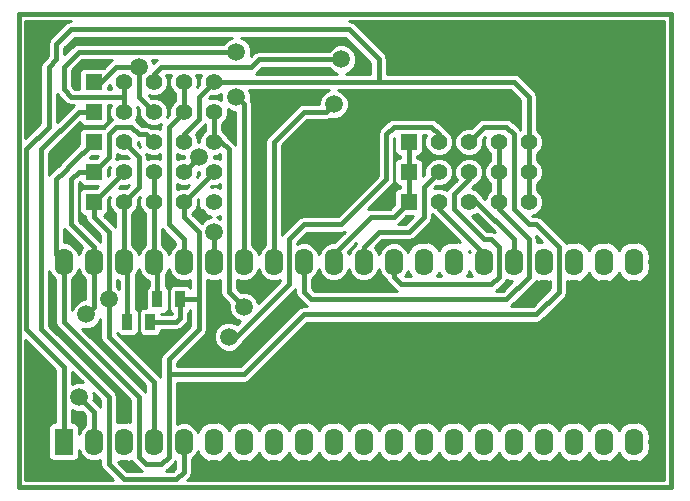
<source format=gbl>
G04 (created by PCBNEW-RS274X (20100308 SVN-R2437)-RC5) date Wed 10 Mar 2010 11:33:35 AM CET*
G01*
G70*
G90*
%MOIN*%
G04 Gerber Fmt 3.4, Leading zero omitted, Abs format*
%FSLAX34Y34*%
G04 APERTURE LIST*
%ADD10C,0.006000*%
%ADD11C,0.015000*%
%ADD12R,0.055000X0.055000*%
%ADD13C,0.055000*%
%ADD14R,0.062000X0.090000*%
%ADD15O,0.062000X0.090000*%
%ADD16R,0.035000X0.055000*%
%ADD17C,0.059100*%
%ADD18C,0.010000*%
G04 APERTURE END LIST*
G54D10*
G54D11*
X41500Y-29000D02*
X41500Y-13250D01*
X63250Y-29000D02*
X41500Y-29000D01*
X63250Y-28750D02*
X63250Y-29000D01*
X63250Y-13250D02*
X63250Y-28750D01*
X41500Y-13250D02*
X63250Y-13250D01*
G54D12*
X44000Y-17500D03*
G54D13*
X45000Y-17500D03*
X46000Y-17500D03*
X47000Y-17500D03*
X48000Y-17500D03*
G54D12*
X44000Y-16500D03*
G54D13*
X45000Y-16500D03*
X46000Y-16500D03*
X47000Y-16500D03*
X48000Y-16500D03*
G54D12*
X54500Y-17500D03*
G54D13*
X55500Y-17500D03*
X56500Y-17500D03*
X57500Y-17500D03*
X58500Y-17500D03*
G54D12*
X44000Y-15500D03*
G54D13*
X45000Y-15500D03*
X46000Y-15500D03*
X47000Y-15500D03*
X48000Y-15500D03*
G54D12*
X54500Y-18500D03*
G54D13*
X55500Y-18500D03*
X56500Y-18500D03*
X57500Y-18500D03*
X58500Y-18500D03*
G54D12*
X54500Y-19500D03*
G54D13*
X55500Y-19500D03*
X56500Y-19500D03*
X57500Y-19500D03*
X58500Y-19500D03*
G54D12*
X44000Y-18500D03*
G54D13*
X45000Y-18500D03*
X46000Y-18500D03*
X47000Y-18500D03*
X48000Y-18500D03*
G54D14*
X43000Y-27500D03*
G54D15*
X44000Y-27500D03*
X45000Y-27500D03*
X46000Y-27500D03*
X47000Y-27500D03*
X48000Y-27500D03*
X49000Y-27500D03*
X50000Y-27500D03*
X51000Y-27500D03*
X52000Y-27500D03*
X53000Y-27500D03*
X54000Y-27500D03*
X55000Y-27500D03*
X56000Y-27500D03*
X57000Y-27500D03*
X58000Y-27500D03*
X59000Y-27500D03*
X60000Y-27500D03*
X61000Y-27500D03*
X62000Y-27500D03*
X62000Y-21500D03*
X61000Y-21500D03*
X60000Y-21500D03*
X59000Y-21500D03*
X58000Y-21500D03*
X57000Y-21500D03*
X56000Y-21500D03*
X55000Y-21500D03*
X54000Y-21500D03*
X53000Y-21500D03*
X52000Y-21500D03*
X51000Y-21500D03*
X50000Y-21500D03*
X49000Y-21500D03*
X48000Y-21500D03*
X47000Y-21500D03*
X46000Y-21500D03*
X45000Y-21500D03*
X44000Y-21500D03*
X43000Y-21500D03*
G54D12*
X44000Y-19500D03*
G54D13*
X45000Y-19500D03*
X46000Y-19500D03*
X47000Y-19500D03*
X48000Y-19500D03*
G54D16*
X45875Y-23500D03*
X45125Y-23500D03*
X46875Y-22750D03*
X46125Y-22750D03*
G54D17*
X44500Y-22750D03*
X49000Y-23000D03*
X48750Y-16000D03*
X48750Y-14500D03*
X48500Y-24000D03*
X43750Y-23250D03*
X45500Y-15000D03*
X48000Y-20500D03*
X52000Y-16250D03*
X52250Y-14750D03*
X47500Y-18000D03*
X43500Y-26000D03*
G54D11*
X42250Y-23250D02*
X42250Y-23750D01*
X42250Y-23750D02*
X44500Y-26000D01*
X46000Y-28750D02*
X45000Y-28750D01*
X47000Y-27500D02*
X47000Y-28500D01*
X46750Y-28750D02*
X46000Y-28750D01*
X47000Y-28500D02*
X46750Y-28750D01*
X45000Y-28750D02*
X44500Y-28250D01*
X44500Y-28250D02*
X44500Y-26000D01*
X43500Y-16500D02*
X44000Y-16500D01*
X42250Y-23250D02*
X42250Y-17750D01*
X42250Y-17750D02*
X43500Y-16500D01*
X54500Y-19500D02*
X54000Y-20000D01*
X52000Y-21250D02*
X52000Y-21500D01*
X53250Y-20000D02*
X52000Y-21250D01*
X54000Y-20000D02*
X53250Y-20000D01*
X54500Y-19500D02*
X54500Y-18500D01*
X54500Y-17500D02*
X54500Y-19500D01*
X44500Y-22750D02*
X44500Y-22250D01*
X48500Y-22500D02*
X49000Y-23000D01*
X48000Y-17500D02*
X48248Y-17500D01*
X48500Y-20500D02*
X48500Y-22500D01*
X48500Y-19500D02*
X48500Y-20500D01*
X48500Y-17752D02*
X48500Y-19500D01*
X48248Y-17500D02*
X48500Y-17752D01*
X48000Y-16500D02*
X48000Y-17500D01*
X44000Y-19500D02*
X44000Y-20000D01*
X44500Y-20500D02*
X44500Y-22250D01*
X44000Y-20000D02*
X44500Y-20500D01*
X44500Y-22250D02*
X44500Y-23000D01*
X46000Y-25500D02*
X46000Y-27500D01*
X44500Y-23000D02*
X44500Y-24000D01*
X44500Y-24000D02*
X46000Y-25500D01*
X44000Y-19500D02*
X45000Y-18500D01*
X42750Y-14250D02*
X42750Y-14750D01*
X42500Y-17000D02*
X41750Y-17750D01*
X42500Y-15000D02*
X42500Y-17000D01*
X42750Y-14750D02*
X42500Y-15000D01*
X58500Y-18500D02*
X58500Y-19500D01*
X43000Y-27500D02*
X43000Y-25000D01*
X43000Y-25000D02*
X41750Y-23750D01*
X41750Y-23750D02*
X41750Y-17750D01*
X53500Y-14750D02*
X53500Y-15500D01*
X52500Y-13750D02*
X53500Y-14750D01*
X43250Y-13750D02*
X52500Y-13750D01*
X42750Y-14250D02*
X43250Y-13750D01*
X47000Y-17500D02*
X47000Y-17250D01*
X47500Y-16000D02*
X48000Y-15500D01*
X47500Y-16750D02*
X47500Y-16000D01*
X47000Y-17250D02*
X47500Y-16750D01*
X58500Y-17500D02*
X58500Y-16000D01*
X58000Y-15500D02*
X53500Y-15500D01*
X53500Y-15500D02*
X48000Y-15500D01*
X58500Y-16000D02*
X58000Y-15500D01*
X58500Y-17500D02*
X58500Y-19500D01*
X45125Y-23500D02*
X45125Y-21625D01*
X45125Y-21625D02*
X45000Y-21500D01*
X45000Y-19500D02*
X45000Y-21500D01*
X45000Y-17500D02*
X45500Y-18000D01*
X45500Y-19000D02*
X45000Y-19500D01*
X45500Y-18000D02*
X45500Y-19000D01*
X45000Y-16000D02*
X44000Y-16000D01*
X49000Y-16250D02*
X49000Y-21500D01*
X48750Y-16000D02*
X49000Y-16250D01*
X43500Y-14500D02*
X48750Y-14500D01*
X43000Y-15000D02*
X43500Y-14500D01*
X43000Y-15750D02*
X43000Y-15000D01*
X43250Y-16000D02*
X43000Y-15750D01*
X44000Y-16000D02*
X43250Y-16000D01*
X45000Y-15500D02*
X45000Y-16000D01*
X45000Y-16000D02*
X45000Y-16500D01*
X55500Y-18500D02*
X55000Y-19000D01*
X53000Y-21000D02*
X53000Y-21500D01*
X53500Y-20500D02*
X53000Y-21000D01*
X54500Y-20500D02*
X53500Y-20500D01*
X55000Y-20000D02*
X54500Y-20500D01*
X55000Y-19000D02*
X55000Y-20000D01*
X55500Y-19500D02*
X55500Y-19750D01*
X57000Y-21250D02*
X57000Y-21500D01*
X55500Y-19750D02*
X57000Y-21250D01*
X46125Y-22750D02*
X46125Y-21625D01*
X46125Y-21625D02*
X46000Y-21500D01*
X46000Y-21500D02*
X46000Y-19500D01*
X46000Y-19500D02*
X46000Y-18500D01*
X44000Y-21500D02*
X44000Y-23000D01*
X44000Y-23000D02*
X43750Y-23250D01*
X48500Y-24000D02*
X48750Y-24000D01*
X55500Y-17500D02*
X55500Y-17250D01*
X48750Y-24000D02*
X48500Y-24000D01*
X50500Y-22250D02*
X48750Y-24000D01*
X50500Y-20750D02*
X50500Y-22250D01*
X51000Y-20250D02*
X50500Y-20750D01*
X52250Y-20250D02*
X51000Y-20250D01*
X53750Y-18750D02*
X52250Y-20250D01*
X53750Y-17250D02*
X53750Y-18750D01*
X54000Y-17000D02*
X53750Y-17250D01*
X55250Y-17000D02*
X54000Y-17000D01*
X55500Y-17250D02*
X55250Y-17000D01*
X46000Y-17500D02*
X45750Y-17250D01*
X44500Y-18000D02*
X44000Y-18500D01*
X44500Y-17250D02*
X44500Y-18000D01*
X44750Y-17000D02*
X44500Y-17250D01*
X45250Y-17000D02*
X44750Y-17000D01*
X45500Y-17250D02*
X45250Y-17000D01*
X45750Y-17250D02*
X45500Y-17250D01*
X44000Y-21500D02*
X44000Y-21000D01*
X43500Y-18500D02*
X44000Y-18500D01*
X43250Y-18750D02*
X43500Y-18500D01*
X43250Y-20250D02*
X43250Y-18750D01*
X44000Y-21000D02*
X43250Y-20250D01*
X48000Y-21500D02*
X48000Y-20500D01*
X45500Y-15000D02*
X45500Y-15250D01*
X44000Y-15500D02*
X44250Y-15500D01*
X45500Y-16000D02*
X46000Y-16500D01*
X45500Y-15250D02*
X45500Y-16000D01*
X45250Y-15000D02*
X45500Y-15250D01*
X44750Y-15000D02*
X45250Y-15000D01*
X44250Y-15500D02*
X44750Y-15000D01*
X45875Y-23500D02*
X46750Y-23500D01*
X46875Y-23375D02*
X46875Y-22750D01*
X46750Y-23500D02*
X46875Y-23375D01*
X46875Y-22750D02*
X47500Y-22750D01*
X46500Y-25250D02*
X49000Y-25250D01*
X57000Y-17000D02*
X56500Y-17500D01*
X57750Y-17000D02*
X57000Y-17000D01*
X58000Y-17250D02*
X57750Y-17000D01*
X58000Y-19750D02*
X58000Y-17250D01*
X58500Y-20250D02*
X58000Y-19750D01*
X58750Y-20250D02*
X58500Y-20250D01*
X59500Y-21000D02*
X58750Y-20250D01*
X59500Y-22500D02*
X59500Y-21000D01*
X58750Y-23250D02*
X59500Y-22500D01*
X51000Y-23250D02*
X58750Y-23250D01*
X49000Y-25250D02*
X51000Y-23250D01*
X43000Y-21500D02*
X43000Y-23500D01*
X43000Y-23500D02*
X45500Y-26000D01*
X46500Y-24750D02*
X46500Y-25250D01*
X46500Y-25250D02*
X46500Y-28000D01*
X46500Y-28000D02*
X46250Y-28250D01*
X46250Y-28250D02*
X45750Y-28250D01*
X45750Y-28250D02*
X45500Y-28000D01*
X45500Y-28000D02*
X45500Y-26000D01*
X47000Y-19500D02*
X47000Y-20000D01*
X47500Y-23750D02*
X46500Y-24750D01*
X47500Y-20500D02*
X47500Y-22750D01*
X47500Y-22750D02*
X47500Y-23750D01*
X47000Y-20000D02*
X47500Y-20500D01*
X44000Y-17500D02*
X43250Y-18250D01*
X43250Y-18250D02*
X43000Y-18500D01*
X43000Y-18500D02*
X42750Y-18750D01*
X42750Y-18750D02*
X42750Y-21250D01*
X42750Y-21250D02*
X43000Y-21500D01*
X47000Y-19500D02*
X48000Y-18500D01*
X46000Y-15500D02*
X46000Y-15250D01*
X50000Y-17500D02*
X50000Y-21500D01*
X51000Y-16500D02*
X50000Y-17500D01*
X51750Y-16500D02*
X51000Y-16500D01*
X52000Y-16250D02*
X51750Y-16500D01*
X49500Y-14750D02*
X52250Y-14750D01*
X49250Y-15000D02*
X49500Y-14750D01*
X48500Y-15000D02*
X49250Y-15000D01*
X46250Y-15000D02*
X48500Y-15000D01*
X46000Y-15250D02*
X46250Y-15000D01*
X57250Y-20750D02*
X57500Y-21000D01*
X56500Y-18500D02*
X56500Y-18750D01*
X54000Y-22000D02*
X54000Y-21500D01*
X54250Y-22250D02*
X54000Y-22000D01*
X57250Y-22250D02*
X54250Y-22250D01*
X57500Y-22000D02*
X57250Y-22250D01*
X57500Y-21000D02*
X57500Y-22000D01*
X57000Y-20750D02*
X57250Y-20750D01*
X56000Y-19750D02*
X57000Y-20750D01*
X56000Y-19250D02*
X56000Y-19750D01*
X56500Y-18750D02*
X56000Y-19250D01*
X56500Y-19500D02*
X56750Y-19500D01*
X58000Y-20750D02*
X58000Y-21500D01*
X56750Y-19500D02*
X58000Y-20750D01*
X47000Y-18500D02*
X47500Y-18000D01*
X43500Y-26000D02*
X44000Y-26500D01*
X44000Y-26500D02*
X44000Y-27500D01*
X47000Y-21500D02*
X47000Y-20750D01*
X46500Y-17000D02*
X47000Y-16500D01*
X46500Y-20250D02*
X46500Y-17000D01*
X47000Y-20750D02*
X46500Y-20250D01*
X47000Y-15500D02*
X47000Y-16500D01*
X57500Y-17500D02*
X57500Y-18500D01*
X57500Y-19500D02*
X57500Y-19750D01*
X51000Y-22500D02*
X51000Y-21500D01*
X51250Y-22750D02*
X51000Y-22500D01*
X57750Y-22750D02*
X51250Y-22750D01*
X58500Y-22000D02*
X57750Y-22750D01*
X58500Y-20750D02*
X58500Y-22000D01*
X57500Y-19750D02*
X58500Y-20750D01*
X57500Y-19500D02*
X57500Y-17500D01*
G54D10*
G36*
X63025Y-28775D02*
X63025Y-13475D01*
X52500Y-13475D01*
X52605Y-13496D01*
X52694Y-13556D01*
X53694Y-14555D01*
X53754Y-14644D01*
X53757Y-14661D01*
X53775Y-14750D01*
X53775Y-15225D01*
X58000Y-15225D01*
X58105Y-15246D01*
X58194Y-15306D01*
X58694Y-15805D01*
X58754Y-15895D01*
X58775Y-16000D01*
X58775Y-17103D01*
X58903Y-17231D01*
X58975Y-17406D01*
X58975Y-17595D01*
X58902Y-17769D01*
X58775Y-17896D01*
X58775Y-18103D01*
X58903Y-18231D01*
X58975Y-18406D01*
X58975Y-18595D01*
X58902Y-18769D01*
X58775Y-18896D01*
X58775Y-19103D01*
X58903Y-19231D01*
X58975Y-19406D01*
X58975Y-19595D01*
X58902Y-19769D01*
X58769Y-19903D01*
X58608Y-19969D01*
X58613Y-19975D01*
X58750Y-19975D01*
X58855Y-19996D01*
X58944Y-20056D01*
X59694Y-20805D01*
X59733Y-20864D01*
X59740Y-20874D01*
X59804Y-20835D01*
X59863Y-20818D01*
X59918Y-20848D01*
X60081Y-20848D01*
X60137Y-20818D01*
X60196Y-20835D01*
X60382Y-20950D01*
X60499Y-21113D01*
X60618Y-20950D01*
X60804Y-20835D01*
X60863Y-20818D01*
X60918Y-20848D01*
X61081Y-20848D01*
X61137Y-20818D01*
X61196Y-20835D01*
X61382Y-20950D01*
X61500Y-21113D01*
X61618Y-20950D01*
X61804Y-20835D01*
X61863Y-20818D01*
X61918Y-20848D01*
X62081Y-20848D01*
X62137Y-20818D01*
X62196Y-20835D01*
X62382Y-20950D01*
X62510Y-21127D01*
X62560Y-21340D01*
X62560Y-21450D01*
X62500Y-21450D01*
X62500Y-21550D01*
X62560Y-21550D01*
X62560Y-21660D01*
X62510Y-21873D01*
X62382Y-22050D01*
X62196Y-22165D01*
X62137Y-22182D01*
X62081Y-22152D01*
X61918Y-22152D01*
X61863Y-22182D01*
X61804Y-22165D01*
X61618Y-22050D01*
X61500Y-21886D01*
X61382Y-22050D01*
X61196Y-22165D01*
X61137Y-22182D01*
X61081Y-22152D01*
X60918Y-22152D01*
X60863Y-22182D01*
X60804Y-22165D01*
X60618Y-22050D01*
X60499Y-21886D01*
X60382Y-22050D01*
X60196Y-22165D01*
X60137Y-22182D01*
X60081Y-22152D01*
X59918Y-22152D01*
X59863Y-22182D01*
X59804Y-22165D01*
X59775Y-22147D01*
X59775Y-22500D01*
X59754Y-22605D01*
X59733Y-22634D01*
X59694Y-22695D01*
X58944Y-23444D01*
X58855Y-23504D01*
X58750Y-23525D01*
X51113Y-23525D01*
X49194Y-25444D01*
X49105Y-25504D01*
X49000Y-25525D01*
X46775Y-25525D01*
X46775Y-26900D01*
X46901Y-26848D01*
X47100Y-26848D01*
X47284Y-26924D01*
X47424Y-27065D01*
X47475Y-27189D01*
X47490Y-27127D01*
X47618Y-26950D01*
X47804Y-26835D01*
X47863Y-26818D01*
X47918Y-26848D01*
X48081Y-26848D01*
X48137Y-26818D01*
X48196Y-26835D01*
X48382Y-26950D01*
X48500Y-27113D01*
X48618Y-26950D01*
X48804Y-26835D01*
X48863Y-26818D01*
X48918Y-26848D01*
X49081Y-26848D01*
X49137Y-26818D01*
X49196Y-26835D01*
X49382Y-26950D01*
X49500Y-27113D01*
X49618Y-26950D01*
X49804Y-26835D01*
X49863Y-26818D01*
X49918Y-26848D01*
X50081Y-26848D01*
X50137Y-26818D01*
X50196Y-26835D01*
X50382Y-26950D01*
X50500Y-27113D01*
X50618Y-26950D01*
X50804Y-26835D01*
X50863Y-26818D01*
X50918Y-26848D01*
X51081Y-26848D01*
X51137Y-26818D01*
X51196Y-26835D01*
X51382Y-26950D01*
X51499Y-27113D01*
X51618Y-26950D01*
X51804Y-26835D01*
X51863Y-26818D01*
X51918Y-26848D01*
X52081Y-26848D01*
X52137Y-26818D01*
X52196Y-26835D01*
X52382Y-26950D01*
X52500Y-27113D01*
X52618Y-26950D01*
X52804Y-26835D01*
X52863Y-26818D01*
X52918Y-26848D01*
X53081Y-26848D01*
X53137Y-26818D01*
X53196Y-26835D01*
X53382Y-26950D01*
X53500Y-27113D01*
X53618Y-26950D01*
X53804Y-26835D01*
X53863Y-26818D01*
X53918Y-26848D01*
X54081Y-26848D01*
X54137Y-26818D01*
X54196Y-26835D01*
X54382Y-26950D01*
X54500Y-27113D01*
X54618Y-26950D01*
X54804Y-26835D01*
X54863Y-26818D01*
X54918Y-26848D01*
X55081Y-26848D01*
X55137Y-26818D01*
X55196Y-26835D01*
X55382Y-26950D01*
X55500Y-27113D01*
X55618Y-26950D01*
X55804Y-26835D01*
X55863Y-26818D01*
X55918Y-26848D01*
X56081Y-26848D01*
X56137Y-26818D01*
X56196Y-26835D01*
X56382Y-26950D01*
X56500Y-27113D01*
X56618Y-26950D01*
X56804Y-26835D01*
X56863Y-26818D01*
X56918Y-26848D01*
X57081Y-26848D01*
X57137Y-26818D01*
X57196Y-26835D01*
X57382Y-26950D01*
X57500Y-27113D01*
X57618Y-26950D01*
X57804Y-26835D01*
X57863Y-26818D01*
X57918Y-26848D01*
X58081Y-26848D01*
X58137Y-26818D01*
X58196Y-26835D01*
X58382Y-26950D01*
X58500Y-27113D01*
X58618Y-26950D01*
X58804Y-26835D01*
X58863Y-26818D01*
X58918Y-26848D01*
X59081Y-26848D01*
X59137Y-26818D01*
X59196Y-26835D01*
X59382Y-26950D01*
X59500Y-27113D01*
X59618Y-26950D01*
X59804Y-26835D01*
X59863Y-26818D01*
X59918Y-26848D01*
X60081Y-26848D01*
X60137Y-26818D01*
X60196Y-26835D01*
X60382Y-26950D01*
X60499Y-27113D01*
X60618Y-26950D01*
X60804Y-26835D01*
X60863Y-26818D01*
X60918Y-26848D01*
X61081Y-26848D01*
X61137Y-26818D01*
X61196Y-26835D01*
X61382Y-26950D01*
X61500Y-27113D01*
X61618Y-26950D01*
X61804Y-26835D01*
X61863Y-26818D01*
X61918Y-26848D01*
X62081Y-26848D01*
X62137Y-26818D01*
X62196Y-26835D01*
X62382Y-26950D01*
X62510Y-27127D01*
X62560Y-27340D01*
X62560Y-27450D01*
X62500Y-27450D01*
X62500Y-27550D01*
X62560Y-27550D01*
X62560Y-27660D01*
X62510Y-27873D01*
X62382Y-28050D01*
X62196Y-28165D01*
X62137Y-28182D01*
X62081Y-28152D01*
X61918Y-28152D01*
X61863Y-28182D01*
X61804Y-28165D01*
X61618Y-28050D01*
X61500Y-27886D01*
X61382Y-28050D01*
X61196Y-28165D01*
X61137Y-28182D01*
X61081Y-28152D01*
X60918Y-28152D01*
X60863Y-28182D01*
X60804Y-28165D01*
X60618Y-28050D01*
X60499Y-27886D01*
X60382Y-28050D01*
X60196Y-28165D01*
X60137Y-28182D01*
X60081Y-28152D01*
X59918Y-28152D01*
X59863Y-28182D01*
X59804Y-28165D01*
X59618Y-28050D01*
X59500Y-27886D01*
X59382Y-28050D01*
X59196Y-28165D01*
X59137Y-28182D01*
X59081Y-28152D01*
X58918Y-28152D01*
X58863Y-28182D01*
X58804Y-28165D01*
X58618Y-28050D01*
X58500Y-27886D01*
X58382Y-28050D01*
X58196Y-28165D01*
X58137Y-28182D01*
X58081Y-28152D01*
X57918Y-28152D01*
X57863Y-28182D01*
X57804Y-28165D01*
X57618Y-28050D01*
X57500Y-27886D01*
X57382Y-28050D01*
X57196Y-28165D01*
X57137Y-28182D01*
X57081Y-28152D01*
X56918Y-28152D01*
X56863Y-28182D01*
X56804Y-28165D01*
X56618Y-28050D01*
X56500Y-27886D01*
X56382Y-28050D01*
X56196Y-28165D01*
X56137Y-28182D01*
X56081Y-28152D01*
X55918Y-28152D01*
X55863Y-28182D01*
X55804Y-28165D01*
X55618Y-28050D01*
X55500Y-27886D01*
X55382Y-28050D01*
X55196Y-28165D01*
X55137Y-28182D01*
X55081Y-28152D01*
X54918Y-28152D01*
X54863Y-28182D01*
X54804Y-28165D01*
X54618Y-28050D01*
X54500Y-27886D01*
X54382Y-28050D01*
X54196Y-28165D01*
X54137Y-28182D01*
X54081Y-28152D01*
X53918Y-28152D01*
X53863Y-28182D01*
X53804Y-28165D01*
X53618Y-28050D01*
X53500Y-27886D01*
X53382Y-28050D01*
X53196Y-28165D01*
X53137Y-28182D01*
X53081Y-28152D01*
X52918Y-28152D01*
X52863Y-28182D01*
X52804Y-28165D01*
X52618Y-28050D01*
X52500Y-27886D01*
X52382Y-28050D01*
X52196Y-28165D01*
X52137Y-28182D01*
X52081Y-28152D01*
X51918Y-28152D01*
X51863Y-28182D01*
X51804Y-28165D01*
X51618Y-28050D01*
X51500Y-27886D01*
X51382Y-28050D01*
X51196Y-28165D01*
X51137Y-28182D01*
X51081Y-28152D01*
X50918Y-28152D01*
X50863Y-28182D01*
X50804Y-28165D01*
X50618Y-28050D01*
X50500Y-27886D01*
X50382Y-28050D01*
X50196Y-28165D01*
X50137Y-28182D01*
X50081Y-28152D01*
X49918Y-28152D01*
X49863Y-28182D01*
X49804Y-28165D01*
X49618Y-28050D01*
X49500Y-27886D01*
X49382Y-28050D01*
X49196Y-28165D01*
X49137Y-28182D01*
X49081Y-28152D01*
X48918Y-28152D01*
X48863Y-28182D01*
X48804Y-28165D01*
X48618Y-28050D01*
X48499Y-27886D01*
X48382Y-28050D01*
X48196Y-28165D01*
X48137Y-28182D01*
X48081Y-28152D01*
X47918Y-28152D01*
X47863Y-28182D01*
X47804Y-28165D01*
X47618Y-28050D01*
X47490Y-27873D01*
X47475Y-27811D01*
X47424Y-27936D01*
X47283Y-28076D01*
X47275Y-28079D01*
X47275Y-28500D01*
X47254Y-28605D01*
X47233Y-28634D01*
X47194Y-28695D01*
X47113Y-28775D01*
X63025Y-28775D01*
X63025Y-28775D01*
G37*
G54D18*
X63025Y-28775D02*
X63025Y-13475D01*
X52500Y-13475D01*
X52605Y-13496D01*
X52694Y-13556D01*
X53694Y-14555D01*
X53754Y-14644D01*
X53757Y-14661D01*
X53775Y-14750D01*
X53775Y-15225D01*
X58000Y-15225D01*
X58105Y-15246D01*
X58194Y-15306D01*
X58694Y-15805D01*
X58754Y-15895D01*
X58775Y-16000D01*
X58775Y-17103D01*
X58903Y-17231D01*
X58975Y-17406D01*
X58975Y-17595D01*
X58902Y-17769D01*
X58775Y-17896D01*
X58775Y-18103D01*
X58903Y-18231D01*
X58975Y-18406D01*
X58975Y-18595D01*
X58902Y-18769D01*
X58775Y-18896D01*
X58775Y-19103D01*
X58903Y-19231D01*
X58975Y-19406D01*
X58975Y-19595D01*
X58902Y-19769D01*
X58769Y-19903D01*
X58608Y-19969D01*
X58613Y-19975D01*
X58750Y-19975D01*
X58855Y-19996D01*
X58944Y-20056D01*
X59694Y-20805D01*
X59733Y-20864D01*
X59740Y-20874D01*
X59804Y-20835D01*
X59863Y-20818D01*
X59918Y-20848D01*
X60081Y-20848D01*
X60137Y-20818D01*
X60196Y-20835D01*
X60382Y-20950D01*
X60499Y-21113D01*
X60618Y-20950D01*
X60804Y-20835D01*
X60863Y-20818D01*
X60918Y-20848D01*
X61081Y-20848D01*
X61137Y-20818D01*
X61196Y-20835D01*
X61382Y-20950D01*
X61500Y-21113D01*
X61618Y-20950D01*
X61804Y-20835D01*
X61863Y-20818D01*
X61918Y-20848D01*
X62081Y-20848D01*
X62137Y-20818D01*
X62196Y-20835D01*
X62382Y-20950D01*
X62510Y-21127D01*
X62560Y-21340D01*
X62560Y-21450D01*
X62500Y-21450D01*
X62500Y-21550D01*
X62560Y-21550D01*
X62560Y-21660D01*
X62510Y-21873D01*
X62382Y-22050D01*
X62196Y-22165D01*
X62137Y-22182D01*
X62081Y-22152D01*
X61918Y-22152D01*
X61863Y-22182D01*
X61804Y-22165D01*
X61618Y-22050D01*
X61500Y-21886D01*
X61382Y-22050D01*
X61196Y-22165D01*
X61137Y-22182D01*
X61081Y-22152D01*
X60918Y-22152D01*
X60863Y-22182D01*
X60804Y-22165D01*
X60618Y-22050D01*
X60499Y-21886D01*
X60382Y-22050D01*
X60196Y-22165D01*
X60137Y-22182D01*
X60081Y-22152D01*
X59918Y-22152D01*
X59863Y-22182D01*
X59804Y-22165D01*
X59775Y-22147D01*
X59775Y-22500D01*
X59754Y-22605D01*
X59733Y-22634D01*
X59694Y-22695D01*
X58944Y-23444D01*
X58855Y-23504D01*
X58750Y-23525D01*
X51113Y-23525D01*
X49194Y-25444D01*
X49105Y-25504D01*
X49000Y-25525D01*
X46775Y-25525D01*
X46775Y-26900D01*
X46901Y-26848D01*
X47100Y-26848D01*
X47284Y-26924D01*
X47424Y-27065D01*
X47475Y-27189D01*
X47490Y-27127D01*
X47618Y-26950D01*
X47804Y-26835D01*
X47863Y-26818D01*
X47918Y-26848D01*
X48081Y-26848D01*
X48137Y-26818D01*
X48196Y-26835D01*
X48382Y-26950D01*
X48500Y-27113D01*
X48618Y-26950D01*
X48804Y-26835D01*
X48863Y-26818D01*
X48918Y-26848D01*
X49081Y-26848D01*
X49137Y-26818D01*
X49196Y-26835D01*
X49382Y-26950D01*
X49500Y-27113D01*
X49618Y-26950D01*
X49804Y-26835D01*
X49863Y-26818D01*
X49918Y-26848D01*
X50081Y-26848D01*
X50137Y-26818D01*
X50196Y-26835D01*
X50382Y-26950D01*
X50500Y-27113D01*
X50618Y-26950D01*
X50804Y-26835D01*
X50863Y-26818D01*
X50918Y-26848D01*
X51081Y-26848D01*
X51137Y-26818D01*
X51196Y-26835D01*
X51382Y-26950D01*
X51499Y-27113D01*
X51618Y-26950D01*
X51804Y-26835D01*
X51863Y-26818D01*
X51918Y-26848D01*
X52081Y-26848D01*
X52137Y-26818D01*
X52196Y-26835D01*
X52382Y-26950D01*
X52500Y-27113D01*
X52618Y-26950D01*
X52804Y-26835D01*
X52863Y-26818D01*
X52918Y-26848D01*
X53081Y-26848D01*
X53137Y-26818D01*
X53196Y-26835D01*
X53382Y-26950D01*
X53500Y-27113D01*
X53618Y-26950D01*
X53804Y-26835D01*
X53863Y-26818D01*
X53918Y-26848D01*
X54081Y-26848D01*
X54137Y-26818D01*
X54196Y-26835D01*
X54382Y-26950D01*
X54500Y-27113D01*
X54618Y-26950D01*
X54804Y-26835D01*
X54863Y-26818D01*
X54918Y-26848D01*
X55081Y-26848D01*
X55137Y-26818D01*
X55196Y-26835D01*
X55382Y-26950D01*
X55500Y-27113D01*
X55618Y-26950D01*
X55804Y-26835D01*
X55863Y-26818D01*
X55918Y-26848D01*
X56081Y-26848D01*
X56137Y-26818D01*
X56196Y-26835D01*
X56382Y-26950D01*
X56500Y-27113D01*
X56618Y-26950D01*
X56804Y-26835D01*
X56863Y-26818D01*
X56918Y-26848D01*
X57081Y-26848D01*
X57137Y-26818D01*
X57196Y-26835D01*
X57382Y-26950D01*
X57500Y-27113D01*
X57618Y-26950D01*
X57804Y-26835D01*
X57863Y-26818D01*
X57918Y-26848D01*
X58081Y-26848D01*
X58137Y-26818D01*
X58196Y-26835D01*
X58382Y-26950D01*
X58500Y-27113D01*
X58618Y-26950D01*
X58804Y-26835D01*
X58863Y-26818D01*
X58918Y-26848D01*
X59081Y-26848D01*
X59137Y-26818D01*
X59196Y-26835D01*
X59382Y-26950D01*
X59500Y-27113D01*
X59618Y-26950D01*
X59804Y-26835D01*
X59863Y-26818D01*
X59918Y-26848D01*
X60081Y-26848D01*
X60137Y-26818D01*
X60196Y-26835D01*
X60382Y-26950D01*
X60499Y-27113D01*
X60618Y-26950D01*
X60804Y-26835D01*
X60863Y-26818D01*
X60918Y-26848D01*
X61081Y-26848D01*
X61137Y-26818D01*
X61196Y-26835D01*
X61382Y-26950D01*
X61500Y-27113D01*
X61618Y-26950D01*
X61804Y-26835D01*
X61863Y-26818D01*
X61918Y-26848D01*
X62081Y-26848D01*
X62137Y-26818D01*
X62196Y-26835D01*
X62382Y-26950D01*
X62510Y-27127D01*
X62560Y-27340D01*
X62560Y-27450D01*
X62500Y-27450D01*
X62500Y-27550D01*
X62560Y-27550D01*
X62560Y-27660D01*
X62510Y-27873D01*
X62382Y-28050D01*
X62196Y-28165D01*
X62137Y-28182D01*
X62081Y-28152D01*
X61918Y-28152D01*
X61863Y-28182D01*
X61804Y-28165D01*
X61618Y-28050D01*
X61500Y-27886D01*
X61382Y-28050D01*
X61196Y-28165D01*
X61137Y-28182D01*
X61081Y-28152D01*
X60918Y-28152D01*
X60863Y-28182D01*
X60804Y-28165D01*
X60618Y-28050D01*
X60499Y-27886D01*
X60382Y-28050D01*
X60196Y-28165D01*
X60137Y-28182D01*
X60081Y-28152D01*
X59918Y-28152D01*
X59863Y-28182D01*
X59804Y-28165D01*
X59618Y-28050D01*
X59500Y-27886D01*
X59382Y-28050D01*
X59196Y-28165D01*
X59137Y-28182D01*
X59081Y-28152D01*
X58918Y-28152D01*
X58863Y-28182D01*
X58804Y-28165D01*
X58618Y-28050D01*
X58500Y-27886D01*
X58382Y-28050D01*
X58196Y-28165D01*
X58137Y-28182D01*
X58081Y-28152D01*
X57918Y-28152D01*
X57863Y-28182D01*
X57804Y-28165D01*
X57618Y-28050D01*
X57500Y-27886D01*
X57382Y-28050D01*
X57196Y-28165D01*
X57137Y-28182D01*
X57081Y-28152D01*
X56918Y-28152D01*
X56863Y-28182D01*
X56804Y-28165D01*
X56618Y-28050D01*
X56500Y-27886D01*
X56382Y-28050D01*
X56196Y-28165D01*
X56137Y-28182D01*
X56081Y-28152D01*
X55918Y-28152D01*
X55863Y-28182D01*
X55804Y-28165D01*
X55618Y-28050D01*
X55500Y-27886D01*
X55382Y-28050D01*
X55196Y-28165D01*
X55137Y-28182D01*
X55081Y-28152D01*
X54918Y-28152D01*
X54863Y-28182D01*
X54804Y-28165D01*
X54618Y-28050D01*
X54500Y-27886D01*
X54382Y-28050D01*
X54196Y-28165D01*
X54137Y-28182D01*
X54081Y-28152D01*
X53918Y-28152D01*
X53863Y-28182D01*
X53804Y-28165D01*
X53618Y-28050D01*
X53500Y-27886D01*
X53382Y-28050D01*
X53196Y-28165D01*
X53137Y-28182D01*
X53081Y-28152D01*
X52918Y-28152D01*
X52863Y-28182D01*
X52804Y-28165D01*
X52618Y-28050D01*
X52500Y-27886D01*
X52382Y-28050D01*
X52196Y-28165D01*
X52137Y-28182D01*
X52081Y-28152D01*
X51918Y-28152D01*
X51863Y-28182D01*
X51804Y-28165D01*
X51618Y-28050D01*
X51500Y-27886D01*
X51382Y-28050D01*
X51196Y-28165D01*
X51137Y-28182D01*
X51081Y-28152D01*
X50918Y-28152D01*
X50863Y-28182D01*
X50804Y-28165D01*
X50618Y-28050D01*
X50500Y-27886D01*
X50382Y-28050D01*
X50196Y-28165D01*
X50137Y-28182D01*
X50081Y-28152D01*
X49918Y-28152D01*
X49863Y-28182D01*
X49804Y-28165D01*
X49618Y-28050D01*
X49500Y-27886D01*
X49382Y-28050D01*
X49196Y-28165D01*
X49137Y-28182D01*
X49081Y-28152D01*
X48918Y-28152D01*
X48863Y-28182D01*
X48804Y-28165D01*
X48618Y-28050D01*
X48499Y-27886D01*
X48382Y-28050D01*
X48196Y-28165D01*
X48137Y-28182D01*
X48081Y-28152D01*
X47918Y-28152D01*
X47863Y-28182D01*
X47804Y-28165D01*
X47618Y-28050D01*
X47490Y-27873D01*
X47475Y-27811D01*
X47424Y-27936D01*
X47283Y-28076D01*
X47275Y-28079D01*
X47275Y-28500D01*
X47254Y-28605D01*
X47233Y-28634D01*
X47194Y-28695D01*
X47113Y-28775D01*
X63025Y-28775D01*
G54D10*
G36*
X44636Y-28775D02*
X44306Y-28444D01*
X44246Y-28355D01*
X44225Y-28250D01*
X44225Y-28099D01*
X44099Y-28152D01*
X43900Y-28152D01*
X43716Y-28076D01*
X43576Y-27935D01*
X43509Y-27772D01*
X43509Y-27990D01*
X43478Y-28063D01*
X43422Y-28119D01*
X43349Y-28149D01*
X42650Y-28149D01*
X42577Y-28118D01*
X42521Y-28062D01*
X42491Y-27989D01*
X42491Y-27010D01*
X42522Y-26937D01*
X42578Y-26881D01*
X42651Y-26851D01*
X42725Y-26851D01*
X42725Y-25113D01*
X41725Y-24113D01*
X41725Y-28775D01*
X44636Y-28775D01*
X44636Y-28775D01*
G37*
G54D18*
X44636Y-28775D02*
X44306Y-28444D01*
X44246Y-28355D01*
X44225Y-28250D01*
X44225Y-28099D01*
X44099Y-28152D01*
X43900Y-28152D01*
X43716Y-28076D01*
X43576Y-27935D01*
X43509Y-27772D01*
X43509Y-27990D01*
X43478Y-28063D01*
X43422Y-28119D01*
X43349Y-28149D01*
X42650Y-28149D01*
X42577Y-28118D01*
X42521Y-28062D01*
X42491Y-27989D01*
X42491Y-27010D01*
X42522Y-26937D01*
X42578Y-26881D01*
X42651Y-26851D01*
X42725Y-26851D01*
X42725Y-25113D01*
X41725Y-24113D01*
X41725Y-28775D01*
X44636Y-28775D01*
G54D10*
G36*
X46636Y-28475D02*
X46725Y-28386D01*
X46725Y-28148D01*
X46694Y-28195D01*
X46444Y-28444D01*
X46398Y-28475D01*
X46636Y-28475D01*
X46636Y-28475D01*
G37*
G54D18*
X46636Y-28475D02*
X46725Y-28386D01*
X46725Y-28148D01*
X46694Y-28195D01*
X46444Y-28444D01*
X46398Y-28475D01*
X46636Y-28475D01*
G54D10*
G36*
X45601Y-28475D02*
X45555Y-28444D01*
X45306Y-28194D01*
X45259Y-28125D01*
X45196Y-28165D01*
X45137Y-28182D01*
X45081Y-28152D01*
X44918Y-28152D01*
X44863Y-28182D01*
X44804Y-28165D01*
X44803Y-28164D01*
X45113Y-28475D01*
X45601Y-28475D01*
X45601Y-28475D01*
G37*
G54D18*
X45601Y-28475D02*
X45555Y-28444D01*
X45306Y-28194D01*
X45259Y-28125D01*
X45196Y-28165D01*
X45137Y-28182D01*
X45081Y-28152D01*
X44918Y-28152D01*
X44863Y-28182D01*
X44804Y-28165D01*
X44803Y-28164D01*
X45113Y-28475D01*
X45601Y-28475D01*
G54D10*
G36*
X43509Y-27226D02*
X43576Y-27064D01*
X43717Y-26924D01*
X43725Y-26920D01*
X43725Y-26613D01*
X43603Y-26491D01*
X43598Y-26494D01*
X43401Y-26494D01*
X43275Y-26441D01*
X43275Y-26851D01*
X43350Y-26851D01*
X43423Y-26882D01*
X43479Y-26938D01*
X43509Y-27011D01*
X43509Y-27226D01*
X43509Y-27226D01*
G37*
G54D18*
X43509Y-27226D02*
X43576Y-27064D01*
X43717Y-26924D01*
X43725Y-26920D01*
X43725Y-26613D01*
X43603Y-26491D01*
X43598Y-26494D01*
X43401Y-26494D01*
X43275Y-26441D01*
X43275Y-26851D01*
X43350Y-26851D01*
X43423Y-26882D01*
X43479Y-26938D01*
X43509Y-27011D01*
X43509Y-27226D01*
G54D10*
G36*
X45225Y-26852D02*
X45225Y-26113D01*
X42806Y-23694D01*
X42746Y-23605D01*
X42725Y-23500D01*
X42725Y-22079D01*
X42716Y-22076D01*
X42576Y-21935D01*
X42525Y-21811D01*
X42525Y-23636D01*
X44694Y-25805D01*
X44733Y-25864D01*
X44754Y-25895D01*
X44775Y-26000D01*
X44775Y-26852D01*
X44804Y-26835D01*
X44863Y-26818D01*
X44918Y-26848D01*
X45081Y-26848D01*
X45137Y-26818D01*
X45196Y-26835D01*
X45225Y-26852D01*
X45225Y-26852D01*
G37*
G54D18*
X45225Y-26852D02*
X45225Y-26113D01*
X42806Y-23694D01*
X42746Y-23605D01*
X42725Y-23500D01*
X42725Y-22079D01*
X42716Y-22076D01*
X42576Y-21935D01*
X42525Y-21811D01*
X42525Y-23636D01*
X44694Y-25805D01*
X44733Y-25864D01*
X44754Y-25895D01*
X44775Y-26000D01*
X44775Y-26852D01*
X44804Y-26835D01*
X44863Y-26818D01*
X44918Y-26848D01*
X45081Y-26848D01*
X45137Y-26818D01*
X45196Y-26835D01*
X45225Y-26852D01*
G54D10*
G36*
X44225Y-26351D02*
X44225Y-26113D01*
X43980Y-25869D01*
X43994Y-25902D01*
X43994Y-26099D01*
X43992Y-26103D01*
X44194Y-26305D01*
X44225Y-26351D01*
X44225Y-26351D01*
G37*
G54D18*
X44225Y-26351D02*
X44225Y-26113D01*
X43980Y-25869D01*
X43994Y-25902D01*
X43994Y-26099D01*
X43992Y-26103D01*
X44194Y-26305D01*
X44225Y-26351D01*
G54D10*
G36*
X45725Y-25851D02*
X45725Y-25613D01*
X44306Y-24194D01*
X44246Y-24105D01*
X44225Y-24000D01*
X44225Y-23394D01*
X44169Y-23530D01*
X44030Y-23669D01*
X43848Y-23744D01*
X43651Y-23744D01*
X43618Y-23730D01*
X45694Y-25805D01*
X45725Y-25851D01*
X45725Y-25851D01*
G37*
G54D18*
X45725Y-25851D02*
X45725Y-25613D01*
X44306Y-24194D01*
X44246Y-24105D01*
X44225Y-24000D01*
X44225Y-23394D01*
X44169Y-23530D01*
X44030Y-23669D01*
X43848Y-23744D01*
X43651Y-23744D01*
X43618Y-23730D01*
X45694Y-25805D01*
X45725Y-25851D01*
G54D10*
G36*
X43275Y-25558D02*
X43402Y-25506D01*
X43599Y-25506D01*
X43630Y-25518D01*
X43275Y-25163D01*
X43275Y-25558D01*
X43275Y-25558D01*
G37*
G54D18*
X43275Y-25558D02*
X43402Y-25506D01*
X43599Y-25506D01*
X43630Y-25518D01*
X43275Y-25163D01*
X43275Y-25558D01*
G54D10*
G36*
X46225Y-25350D02*
X46225Y-24750D01*
X46246Y-24645D01*
X46306Y-24556D01*
X47225Y-23636D01*
X47225Y-23121D01*
X47218Y-23138D01*
X47162Y-23194D01*
X47150Y-23198D01*
X47150Y-23375D01*
X47129Y-23480D01*
X47108Y-23510D01*
X47069Y-23570D01*
X46944Y-23694D01*
X46855Y-23754D01*
X46750Y-23775D01*
X46249Y-23775D01*
X46249Y-23815D01*
X46218Y-23888D01*
X46162Y-23944D01*
X46089Y-23974D01*
X45660Y-23974D01*
X45587Y-23943D01*
X45531Y-23887D01*
X45501Y-23814D01*
X45501Y-23185D01*
X45532Y-23112D01*
X45588Y-23056D01*
X45661Y-23026D01*
X45751Y-23026D01*
X45751Y-22435D01*
X45782Y-22362D01*
X45838Y-22306D01*
X45850Y-22301D01*
X45850Y-22131D01*
X45716Y-22076D01*
X45576Y-21935D01*
X45500Y-21751D01*
X45500Y-21752D01*
X45424Y-21936D01*
X45400Y-21959D01*
X45400Y-23051D01*
X45413Y-23057D01*
X45469Y-23113D01*
X45499Y-23186D01*
X45499Y-23815D01*
X45468Y-23888D01*
X45412Y-23944D01*
X45339Y-23974D01*
X44910Y-23974D01*
X44837Y-23943D01*
X44781Y-23887D01*
X44775Y-23872D01*
X44775Y-23886D01*
X46194Y-25305D01*
X46225Y-25350D01*
X46225Y-25350D01*
G37*
G54D18*
X46225Y-25350D02*
X46225Y-24750D01*
X46246Y-24645D01*
X46306Y-24556D01*
X47225Y-23636D01*
X47225Y-23121D01*
X47218Y-23138D01*
X47162Y-23194D01*
X47150Y-23198D01*
X47150Y-23375D01*
X47129Y-23480D01*
X47108Y-23510D01*
X47069Y-23570D01*
X46944Y-23694D01*
X46855Y-23754D01*
X46750Y-23775D01*
X46249Y-23775D01*
X46249Y-23815D01*
X46218Y-23888D01*
X46162Y-23944D01*
X46089Y-23974D01*
X45660Y-23974D01*
X45587Y-23943D01*
X45531Y-23887D01*
X45501Y-23814D01*
X45501Y-23185D01*
X45532Y-23112D01*
X45588Y-23056D01*
X45661Y-23026D01*
X45751Y-23026D01*
X45751Y-22435D01*
X45782Y-22362D01*
X45838Y-22306D01*
X45850Y-22301D01*
X45850Y-22131D01*
X45716Y-22076D01*
X45576Y-21935D01*
X45500Y-21751D01*
X45500Y-21752D01*
X45424Y-21936D01*
X45400Y-21959D01*
X45400Y-23051D01*
X45413Y-23057D01*
X45469Y-23113D01*
X45499Y-23186D01*
X45499Y-23815D01*
X45468Y-23888D01*
X45412Y-23944D01*
X45339Y-23974D01*
X44910Y-23974D01*
X44837Y-23943D01*
X44781Y-23887D01*
X44775Y-23872D01*
X44775Y-23886D01*
X46194Y-25305D01*
X46225Y-25350D01*
G54D10*
G36*
X48886Y-24975D02*
X50805Y-23056D01*
X50894Y-22996D01*
X50911Y-22992D01*
X51000Y-22975D01*
X51101Y-22975D01*
X51055Y-22944D01*
X50806Y-22694D01*
X50746Y-22605D01*
X50725Y-22500D01*
X50725Y-22398D01*
X50694Y-22445D01*
X48962Y-24175D01*
X48919Y-24280D01*
X48780Y-24419D01*
X48598Y-24494D01*
X48401Y-24494D01*
X48220Y-24419D01*
X48081Y-24280D01*
X48006Y-24098D01*
X48006Y-23901D01*
X48081Y-23720D01*
X48220Y-23581D01*
X48402Y-23506D01*
X48599Y-23506D01*
X48780Y-23581D01*
X48877Y-23484D01*
X48720Y-23419D01*
X48581Y-23280D01*
X48506Y-23098D01*
X48506Y-22901D01*
X48507Y-22896D01*
X48306Y-22694D01*
X48246Y-22605D01*
X48225Y-22500D01*
X48225Y-22099D01*
X48099Y-22152D01*
X47900Y-22152D01*
X47775Y-22100D01*
X47775Y-23750D01*
X47757Y-23838D01*
X47754Y-23856D01*
X47694Y-23945D01*
X46775Y-24863D01*
X46775Y-24975D01*
X48886Y-24975D01*
X48886Y-24975D01*
G37*
G54D18*
X48886Y-24975D02*
X50805Y-23056D01*
X50894Y-22996D01*
X50911Y-22992D01*
X51000Y-22975D01*
X51101Y-22975D01*
X51055Y-22944D01*
X50806Y-22694D01*
X50746Y-22605D01*
X50725Y-22500D01*
X50725Y-22398D01*
X50694Y-22445D01*
X48962Y-24175D01*
X48919Y-24280D01*
X48780Y-24419D01*
X48598Y-24494D01*
X48401Y-24494D01*
X48220Y-24419D01*
X48081Y-24280D01*
X48006Y-24098D01*
X48006Y-23901D01*
X48081Y-23720D01*
X48220Y-23581D01*
X48402Y-23506D01*
X48599Y-23506D01*
X48780Y-23581D01*
X48877Y-23484D01*
X48720Y-23419D01*
X48581Y-23280D01*
X48506Y-23098D01*
X48506Y-22901D01*
X48507Y-22896D01*
X48306Y-22694D01*
X48246Y-22605D01*
X48225Y-22500D01*
X48225Y-22099D01*
X48099Y-22152D01*
X47900Y-22152D01*
X47775Y-22100D01*
X47775Y-23750D01*
X47757Y-23838D01*
X47754Y-23856D01*
X47694Y-23945D01*
X46775Y-24863D01*
X46775Y-24975D01*
X48886Y-24975D01*
G54D10*
G36*
X46600Y-23225D02*
X46600Y-23198D01*
X46587Y-23193D01*
X46531Y-23137D01*
X46501Y-23064D01*
X46501Y-22435D01*
X46532Y-22362D01*
X46588Y-22306D01*
X46661Y-22276D01*
X47090Y-22276D01*
X47163Y-22307D01*
X47219Y-22363D01*
X47225Y-22377D01*
X47225Y-22099D01*
X47099Y-22152D01*
X46900Y-22152D01*
X46716Y-22076D01*
X46576Y-21935D01*
X46500Y-21751D01*
X46500Y-21752D01*
X46424Y-21936D01*
X46400Y-21959D01*
X46400Y-22301D01*
X46413Y-22307D01*
X46469Y-22363D01*
X46499Y-22436D01*
X46499Y-23065D01*
X46468Y-23138D01*
X46412Y-23194D01*
X46339Y-23224D01*
X46249Y-23224D01*
X46249Y-23225D01*
X46600Y-23225D01*
X46600Y-23225D01*
G37*
G54D18*
X46600Y-23225D02*
X46600Y-23198D01*
X46587Y-23193D01*
X46531Y-23137D01*
X46501Y-23064D01*
X46501Y-22435D01*
X46532Y-22362D01*
X46588Y-22306D01*
X46661Y-22276D01*
X47090Y-22276D01*
X47163Y-22307D01*
X47219Y-22363D01*
X47225Y-22377D01*
X47225Y-22099D01*
X47099Y-22152D01*
X46900Y-22152D01*
X46716Y-22076D01*
X46576Y-21935D01*
X46500Y-21751D01*
X46500Y-21752D01*
X46424Y-21936D01*
X46400Y-21959D01*
X46400Y-22301D01*
X46413Y-22307D01*
X46469Y-22363D01*
X46499Y-22436D01*
X46499Y-23065D01*
X46468Y-23138D01*
X46412Y-23194D01*
X46339Y-23224D01*
X46249Y-23224D01*
X46249Y-23225D01*
X46600Y-23225D01*
G54D10*
G36*
X43275Y-23105D02*
X43331Y-22970D01*
X43470Y-22831D01*
X43652Y-22756D01*
X43725Y-22756D01*
X43725Y-22079D01*
X43716Y-22076D01*
X43576Y-21935D01*
X43500Y-21751D01*
X43500Y-21752D01*
X43424Y-21936D01*
X43283Y-22076D01*
X43275Y-22079D01*
X43275Y-23105D01*
X43275Y-23105D01*
G37*
G54D18*
X43275Y-23105D02*
X43331Y-22970D01*
X43470Y-22831D01*
X43652Y-22756D01*
X43725Y-22756D01*
X43725Y-22079D01*
X43716Y-22076D01*
X43576Y-21935D01*
X43500Y-21751D01*
X43500Y-21752D01*
X43424Y-21936D01*
X43283Y-22076D01*
X43275Y-22079D01*
X43275Y-23105D01*
G54D10*
G36*
X58636Y-22975D02*
X59225Y-22386D01*
X59225Y-22147D01*
X59196Y-22165D01*
X59137Y-22182D01*
X59081Y-22152D01*
X58918Y-22152D01*
X58863Y-22182D01*
X58804Y-22165D01*
X58739Y-22125D01*
X58733Y-22134D01*
X58694Y-22195D01*
X57944Y-22944D01*
X57898Y-22975D01*
X58636Y-22975D01*
X58636Y-22975D01*
G37*
G54D18*
X58636Y-22975D02*
X59225Y-22386D01*
X59225Y-22147D01*
X59196Y-22165D01*
X59137Y-22182D01*
X59081Y-22152D01*
X58918Y-22152D01*
X58863Y-22182D01*
X58804Y-22165D01*
X58739Y-22125D01*
X58733Y-22134D01*
X58694Y-22195D01*
X57944Y-22944D01*
X57898Y-22975D01*
X58636Y-22975D01*
G54D10*
G36*
X49483Y-22877D02*
X50225Y-22136D01*
X50225Y-22099D01*
X50099Y-22152D01*
X49900Y-22152D01*
X49716Y-22076D01*
X49576Y-21935D01*
X49500Y-21751D01*
X49500Y-21752D01*
X49424Y-21936D01*
X49283Y-22076D01*
X49099Y-22152D01*
X48900Y-22152D01*
X48775Y-22100D01*
X48775Y-22386D01*
X48896Y-22508D01*
X48902Y-22506D01*
X49099Y-22506D01*
X49280Y-22581D01*
X49419Y-22720D01*
X49483Y-22877D01*
X49483Y-22877D01*
G37*
G54D18*
X49483Y-22877D02*
X50225Y-22136D01*
X50225Y-22099D01*
X50099Y-22152D01*
X49900Y-22152D01*
X49716Y-22076D01*
X49576Y-21935D01*
X49500Y-21751D01*
X49500Y-21752D01*
X49424Y-21936D01*
X49283Y-22076D01*
X49099Y-22152D01*
X48900Y-22152D01*
X48775Y-22100D01*
X48775Y-22386D01*
X48896Y-22508D01*
X48902Y-22506D01*
X49099Y-22506D01*
X49280Y-22581D01*
X49419Y-22720D01*
X49483Y-22877D01*
G54D10*
G36*
X57636Y-22475D02*
X57959Y-22151D01*
X57900Y-22152D01*
X57756Y-22092D01*
X57754Y-22105D01*
X57733Y-22134D01*
X57694Y-22195D01*
X57444Y-22444D01*
X57398Y-22475D01*
X57636Y-22475D01*
X57636Y-22475D01*
G37*
G54D18*
X57636Y-22475D02*
X57959Y-22151D01*
X57900Y-22152D01*
X57756Y-22092D01*
X57754Y-22105D01*
X57733Y-22134D01*
X57694Y-22195D01*
X57444Y-22444D01*
X57398Y-22475D01*
X57636Y-22475D01*
G54D10*
G36*
X54101Y-22475D02*
X54055Y-22444D01*
X53806Y-22194D01*
X53746Y-22105D01*
X53742Y-22086D01*
X53716Y-22076D01*
X53576Y-21935D01*
X53500Y-21751D01*
X53500Y-21752D01*
X53424Y-21936D01*
X53283Y-22076D01*
X53099Y-22152D01*
X52900Y-22152D01*
X52716Y-22076D01*
X52576Y-21935D01*
X52500Y-21751D01*
X52500Y-21752D01*
X52424Y-21936D01*
X52283Y-22076D01*
X52099Y-22152D01*
X51900Y-22152D01*
X51716Y-22076D01*
X51576Y-21935D01*
X51500Y-21751D01*
X51500Y-21752D01*
X51424Y-21936D01*
X51283Y-22076D01*
X51275Y-22079D01*
X51275Y-22386D01*
X51363Y-22474D01*
X54101Y-22475D01*
X54101Y-22475D01*
G37*
G54D18*
X54101Y-22475D02*
X54055Y-22444D01*
X53806Y-22194D01*
X53746Y-22105D01*
X53742Y-22086D01*
X53716Y-22076D01*
X53576Y-21935D01*
X53500Y-21751D01*
X53500Y-21752D01*
X53424Y-21936D01*
X53283Y-22076D01*
X53099Y-22152D01*
X52900Y-22152D01*
X52716Y-22076D01*
X52576Y-21935D01*
X52500Y-21751D01*
X52500Y-21752D01*
X52424Y-21936D01*
X52283Y-22076D01*
X52099Y-22152D01*
X51900Y-22152D01*
X51716Y-22076D01*
X51576Y-21935D01*
X51500Y-21751D01*
X51500Y-21752D01*
X51424Y-21936D01*
X51283Y-22076D01*
X51275Y-22079D01*
X51275Y-22386D01*
X51363Y-22474D01*
X54101Y-22475D01*
G54D10*
G36*
X44850Y-22401D02*
X44850Y-22131D01*
X44775Y-22100D01*
X44775Y-22328D01*
X44780Y-22331D01*
X44850Y-22401D01*
X44850Y-22401D01*
G37*
G54D18*
X44850Y-22401D02*
X44850Y-22131D01*
X44775Y-22100D01*
X44775Y-22328D01*
X44780Y-22331D01*
X44850Y-22401D01*
G54D10*
G36*
X56615Y-21975D02*
X56576Y-21935D01*
X56524Y-21810D01*
X56510Y-21873D01*
X56436Y-21975D01*
X56615Y-21975D01*
X56615Y-21975D01*
G37*
G54D18*
X56615Y-21975D02*
X56576Y-21935D01*
X56524Y-21810D01*
X56510Y-21873D01*
X56436Y-21975D01*
X56615Y-21975D01*
G54D10*
G36*
X55563Y-21975D02*
X55500Y-21886D01*
X55436Y-21975D01*
X55563Y-21975D01*
X55563Y-21975D01*
G37*
G54D18*
X55563Y-21975D02*
X55500Y-21886D01*
X55436Y-21975D01*
X55563Y-21975D01*
G54D10*
G36*
X54563Y-21975D02*
X54490Y-21873D01*
X54475Y-21811D01*
X54424Y-21936D01*
X54384Y-21975D01*
X54563Y-21975D01*
X54563Y-21975D01*
G37*
G54D18*
X54563Y-21975D02*
X54490Y-21873D01*
X54475Y-21811D01*
X54424Y-21936D01*
X54384Y-21975D01*
X54563Y-21975D01*
G54D10*
G36*
X53500Y-21249D02*
X53500Y-21248D01*
X53576Y-21064D01*
X53717Y-20924D01*
X53901Y-20848D01*
X54100Y-20848D01*
X54284Y-20924D01*
X54424Y-21065D01*
X54475Y-21189D01*
X54490Y-21127D01*
X54618Y-20950D01*
X54804Y-20835D01*
X54863Y-20818D01*
X54918Y-20848D01*
X55081Y-20848D01*
X55137Y-20818D01*
X55196Y-20835D01*
X55382Y-20950D01*
X55500Y-21113D01*
X55618Y-20950D01*
X55804Y-20835D01*
X55863Y-20818D01*
X55918Y-20848D01*
X56081Y-20848D01*
X56137Y-20818D01*
X56196Y-20835D01*
X55306Y-19944D01*
X55296Y-19929D01*
X55275Y-19920D01*
X55275Y-20000D01*
X55254Y-20105D01*
X55194Y-20195D01*
X54694Y-20694D01*
X54605Y-20754D01*
X54500Y-20775D01*
X53613Y-20775D01*
X53373Y-21014D01*
X53424Y-21065D01*
X53500Y-21249D01*
X53500Y-21249D01*
G37*
G54D18*
X53500Y-21249D02*
X53500Y-21248D01*
X53576Y-21064D01*
X53717Y-20924D01*
X53901Y-20848D01*
X54100Y-20848D01*
X54284Y-20924D01*
X54424Y-21065D01*
X54475Y-21189D01*
X54490Y-21127D01*
X54618Y-20950D01*
X54804Y-20835D01*
X54863Y-20818D01*
X54918Y-20848D01*
X55081Y-20848D01*
X55137Y-20818D01*
X55196Y-20835D01*
X55382Y-20950D01*
X55500Y-21113D01*
X55618Y-20950D01*
X55804Y-20835D01*
X55863Y-20818D01*
X55918Y-20848D01*
X56081Y-20848D01*
X56137Y-20818D01*
X56196Y-20835D01*
X55306Y-19944D01*
X55296Y-19929D01*
X55275Y-19920D01*
X55275Y-20000D01*
X55254Y-20105D01*
X55194Y-20195D01*
X54694Y-20694D01*
X54605Y-20754D01*
X54500Y-20775D01*
X53613Y-20775D01*
X53373Y-21014D01*
X53424Y-21065D01*
X53500Y-21249D01*
G54D10*
G36*
X52500Y-21249D02*
X52500Y-21248D01*
X52576Y-21064D01*
X52717Y-20924D01*
X52742Y-20913D01*
X52746Y-20895D01*
X52751Y-20887D01*
X52467Y-21170D01*
X52500Y-21249D01*
X52500Y-21249D01*
G37*
G54D18*
X52500Y-21249D02*
X52500Y-21248D01*
X52576Y-21064D01*
X52717Y-20924D01*
X52742Y-20913D01*
X52746Y-20895D01*
X52751Y-20887D01*
X52467Y-21170D01*
X52500Y-21249D01*
G54D10*
G36*
X51500Y-21249D02*
X51500Y-21248D01*
X51576Y-21064D01*
X51717Y-20924D01*
X51901Y-20848D01*
X52013Y-20848D01*
X52362Y-20498D01*
X52355Y-20504D01*
X52250Y-20525D01*
X51113Y-20525D01*
X50775Y-20863D01*
X50775Y-20900D01*
X50901Y-20848D01*
X51100Y-20848D01*
X51284Y-20924D01*
X51424Y-21065D01*
X51500Y-21249D01*
X51500Y-21249D01*
G37*
G54D18*
X51500Y-21249D02*
X51500Y-21248D01*
X51576Y-21064D01*
X51717Y-20924D01*
X51901Y-20848D01*
X52013Y-20848D01*
X52362Y-20498D01*
X52355Y-20504D01*
X52250Y-20525D01*
X51113Y-20525D01*
X50775Y-20863D01*
X50775Y-20900D01*
X50901Y-20848D01*
X51100Y-20848D01*
X51284Y-20924D01*
X51424Y-21065D01*
X51500Y-21249D01*
G54D10*
G36*
X49500Y-21249D02*
X49500Y-21248D01*
X49576Y-21064D01*
X49717Y-20924D01*
X49725Y-20920D01*
X49725Y-17500D01*
X49746Y-17395D01*
X49806Y-17306D01*
X50805Y-16306D01*
X50894Y-16246D01*
X50911Y-16242D01*
X51000Y-16225D01*
X51506Y-16225D01*
X51506Y-16151D01*
X51581Y-15970D01*
X51720Y-15831D01*
X51855Y-15775D01*
X49191Y-15775D01*
X49244Y-15902D01*
X49244Y-16099D01*
X49236Y-16118D01*
X49254Y-16145D01*
X49275Y-16250D01*
X49275Y-20920D01*
X49284Y-20924D01*
X49424Y-21065D01*
X49500Y-21249D01*
X49500Y-21249D01*
G37*
G54D18*
X49500Y-21249D02*
X49500Y-21248D01*
X49576Y-21064D01*
X49717Y-20924D01*
X49725Y-20920D01*
X49725Y-17500D01*
X49746Y-17395D01*
X49806Y-17306D01*
X50805Y-16306D01*
X50894Y-16246D01*
X50911Y-16242D01*
X51000Y-16225D01*
X51506Y-16225D01*
X51506Y-16151D01*
X51581Y-15970D01*
X51720Y-15831D01*
X51855Y-15775D01*
X49191Y-15775D01*
X49244Y-15902D01*
X49244Y-16099D01*
X49236Y-16118D01*
X49254Y-16145D01*
X49275Y-16250D01*
X49275Y-20920D01*
X49284Y-20924D01*
X49424Y-21065D01*
X49500Y-21249D01*
G54D10*
G36*
X46500Y-21249D02*
X46500Y-21248D01*
X46576Y-21064D01*
X46717Y-20924D01*
X46725Y-20920D01*
X46725Y-20863D01*
X46306Y-20444D01*
X46275Y-20398D01*
X46275Y-20920D01*
X46284Y-20924D01*
X46424Y-21065D01*
X46500Y-21249D01*
X46500Y-21249D01*
G37*
G54D18*
X46500Y-21249D02*
X46500Y-21248D01*
X46576Y-21064D01*
X46717Y-20924D01*
X46725Y-20920D01*
X46725Y-20863D01*
X46306Y-20444D01*
X46275Y-20398D01*
X46275Y-20920D01*
X46284Y-20924D01*
X46424Y-21065D01*
X46500Y-21249D01*
G54D10*
G36*
X45500Y-21249D02*
X45500Y-21248D01*
X45576Y-21064D01*
X45717Y-20924D01*
X45725Y-20920D01*
X45725Y-19896D01*
X45597Y-19769D01*
X45525Y-19594D01*
X45525Y-19405D01*
X45554Y-19333D01*
X45475Y-19413D01*
X45475Y-19595D01*
X45402Y-19769D01*
X45275Y-19896D01*
X45275Y-20920D01*
X45284Y-20924D01*
X45424Y-21065D01*
X45500Y-21249D01*
X45500Y-21249D01*
G37*
G54D18*
X45500Y-21249D02*
X45500Y-21248D01*
X45576Y-21064D01*
X45717Y-20924D01*
X45725Y-20920D01*
X45725Y-19896D01*
X45597Y-19769D01*
X45525Y-19594D01*
X45525Y-19405D01*
X45554Y-19333D01*
X45475Y-19413D01*
X45475Y-19595D01*
X45402Y-19769D01*
X45275Y-19896D01*
X45275Y-20920D01*
X45284Y-20924D01*
X45424Y-21065D01*
X45500Y-21249D01*
G54D10*
G36*
X43500Y-21249D02*
X43500Y-21248D01*
X43576Y-21064D01*
X43625Y-21014D01*
X43056Y-20444D01*
X43025Y-20398D01*
X43025Y-20848D01*
X43100Y-20848D01*
X43284Y-20924D01*
X43424Y-21065D01*
X43500Y-21249D01*
X43500Y-21249D01*
G37*
G54D18*
X43500Y-21249D02*
X43500Y-21248D01*
X43576Y-21064D01*
X43625Y-21014D01*
X43056Y-20444D01*
X43025Y-20398D01*
X43025Y-20848D01*
X43100Y-20848D01*
X43284Y-20924D01*
X43424Y-21065D01*
X43500Y-21249D01*
G54D10*
G36*
X56524Y-21187D02*
X56531Y-21170D01*
X56516Y-21155D01*
X56524Y-21187D01*
X56524Y-21187D01*
G37*
G54D18*
X56524Y-21187D02*
X56531Y-21170D01*
X56516Y-21155D01*
X56524Y-21187D01*
G54D10*
G36*
X58775Y-20852D02*
X58804Y-20835D01*
X58863Y-20818D01*
X58918Y-20848D01*
X58959Y-20848D01*
X58750Y-20638D01*
X58754Y-20644D01*
X58757Y-20661D01*
X58775Y-20750D01*
X58775Y-20852D01*
X58775Y-20852D01*
G37*
G54D18*
X58775Y-20852D02*
X58804Y-20835D01*
X58863Y-20818D01*
X58918Y-20848D01*
X58959Y-20848D01*
X58750Y-20638D01*
X58754Y-20644D01*
X58757Y-20661D01*
X58775Y-20750D01*
X58775Y-20852D01*
G54D10*
G36*
X44225Y-20851D02*
X44225Y-20613D01*
X43806Y-20194D01*
X43746Y-20105D01*
X43725Y-20000D01*
X43725Y-19974D01*
X43685Y-19974D01*
X43612Y-19943D01*
X43556Y-19887D01*
X43526Y-19814D01*
X43526Y-19185D01*
X43557Y-19112D01*
X43613Y-19056D01*
X43686Y-19026D01*
X44085Y-19026D01*
X44137Y-18974D01*
X43685Y-18974D01*
X43612Y-18943D01*
X43556Y-18887D01*
X43540Y-18848D01*
X43525Y-18863D01*
X43525Y-20136D01*
X44194Y-20805D01*
X44225Y-20851D01*
X44225Y-20851D01*
G37*
G54D18*
X44225Y-20851D02*
X44225Y-20613D01*
X43806Y-20194D01*
X43746Y-20105D01*
X43725Y-20000D01*
X43725Y-19974D01*
X43685Y-19974D01*
X43612Y-19943D01*
X43556Y-19887D01*
X43526Y-19814D01*
X43526Y-19185D01*
X43557Y-19112D01*
X43613Y-19056D01*
X43686Y-19026D01*
X44085Y-19026D01*
X44137Y-18974D01*
X43685Y-18974D01*
X43612Y-18943D01*
X43556Y-18887D01*
X43540Y-18848D01*
X43525Y-18863D01*
X43525Y-20136D01*
X44194Y-20805D01*
X44225Y-20851D01*
G54D10*
G36*
X50275Y-20601D02*
X50306Y-20556D01*
X50805Y-20056D01*
X50895Y-19996D01*
X51000Y-19975D01*
X52136Y-19975D01*
X53475Y-18636D01*
X53475Y-17250D01*
X53496Y-17145D01*
X53556Y-17056D01*
X53805Y-16806D01*
X53895Y-16746D01*
X54000Y-16725D01*
X55250Y-16725D01*
X55355Y-16746D01*
X55444Y-16806D01*
X55694Y-17055D01*
X55704Y-17070D01*
X55769Y-17098D01*
X55903Y-17231D01*
X55975Y-17406D01*
X55975Y-17595D01*
X55902Y-17769D01*
X55769Y-17903D01*
X55594Y-17975D01*
X55405Y-17975D01*
X55231Y-17902D01*
X55097Y-17769D01*
X55025Y-17594D01*
X55025Y-17405D01*
X55079Y-17275D01*
X54974Y-17275D01*
X54974Y-17815D01*
X54943Y-17888D01*
X54887Y-17944D01*
X54814Y-17974D01*
X54775Y-17974D01*
X54775Y-18026D01*
X54815Y-18026D01*
X54888Y-18057D01*
X54944Y-18113D01*
X54974Y-18186D01*
X54974Y-18637D01*
X55025Y-18586D01*
X55025Y-18405D01*
X55098Y-18231D01*
X55231Y-18097D01*
X55406Y-18025D01*
X55595Y-18025D01*
X55769Y-18098D01*
X55903Y-18231D01*
X55975Y-18406D01*
X55975Y-18595D01*
X55902Y-18769D01*
X55769Y-18903D01*
X55594Y-18975D01*
X55413Y-18975D01*
X55333Y-19054D01*
X55406Y-19025D01*
X55595Y-19025D01*
X55769Y-19098D01*
X55774Y-19103D01*
X55806Y-19056D01*
X56095Y-18765D01*
X56025Y-18594D01*
X56025Y-18405D01*
X56098Y-18231D01*
X56231Y-18097D01*
X56406Y-18025D01*
X56595Y-18025D01*
X56769Y-18098D01*
X56903Y-18231D01*
X56975Y-18406D01*
X56975Y-18595D01*
X56902Y-18769D01*
X56769Y-18903D01*
X56704Y-18929D01*
X56694Y-18945D01*
X56608Y-19030D01*
X56769Y-19098D01*
X56903Y-19231D01*
X56929Y-19296D01*
X56944Y-19306D01*
X57030Y-19392D01*
X57098Y-19231D01*
X57225Y-19103D01*
X57225Y-18896D01*
X57097Y-18769D01*
X57025Y-18594D01*
X57025Y-18405D01*
X57098Y-18231D01*
X57225Y-18103D01*
X57225Y-17896D01*
X57097Y-17769D01*
X57025Y-17594D01*
X57025Y-17405D01*
X57052Y-17333D01*
X56975Y-17413D01*
X56975Y-17595D01*
X56902Y-17769D01*
X56769Y-17903D01*
X56594Y-17975D01*
X56405Y-17975D01*
X56231Y-17902D01*
X56097Y-17769D01*
X56025Y-17594D01*
X56025Y-17405D01*
X56098Y-17231D01*
X56231Y-17097D01*
X56406Y-17025D01*
X56586Y-17025D01*
X56805Y-16806D01*
X56895Y-16746D01*
X57000Y-16725D01*
X57750Y-16725D01*
X57855Y-16746D01*
X57944Y-16806D01*
X58194Y-17055D01*
X58225Y-17101D01*
X58225Y-16113D01*
X57886Y-15775D01*
X52144Y-15775D01*
X52280Y-15831D01*
X52419Y-15970D01*
X52494Y-16152D01*
X52494Y-16349D01*
X52419Y-16530D01*
X52280Y-16669D01*
X52098Y-16744D01*
X51901Y-16744D01*
X51881Y-16736D01*
X51855Y-16754D01*
X51750Y-16775D01*
X51113Y-16775D01*
X50275Y-17613D01*
X50275Y-20601D01*
X50275Y-20601D01*
G37*
G54D18*
X50275Y-20601D02*
X50306Y-20556D01*
X50805Y-20056D01*
X50895Y-19996D01*
X51000Y-19975D01*
X52136Y-19975D01*
X53475Y-18636D01*
X53475Y-17250D01*
X53496Y-17145D01*
X53556Y-17056D01*
X53805Y-16806D01*
X53895Y-16746D01*
X54000Y-16725D01*
X55250Y-16725D01*
X55355Y-16746D01*
X55444Y-16806D01*
X55694Y-17055D01*
X55704Y-17070D01*
X55769Y-17098D01*
X55903Y-17231D01*
X55975Y-17406D01*
X55975Y-17595D01*
X55902Y-17769D01*
X55769Y-17903D01*
X55594Y-17975D01*
X55405Y-17975D01*
X55231Y-17902D01*
X55097Y-17769D01*
X55025Y-17594D01*
X55025Y-17405D01*
X55079Y-17275D01*
X54974Y-17275D01*
X54974Y-17815D01*
X54943Y-17888D01*
X54887Y-17944D01*
X54814Y-17974D01*
X54775Y-17974D01*
X54775Y-18026D01*
X54815Y-18026D01*
X54888Y-18057D01*
X54944Y-18113D01*
X54974Y-18186D01*
X54974Y-18637D01*
X55025Y-18586D01*
X55025Y-18405D01*
X55098Y-18231D01*
X55231Y-18097D01*
X55406Y-18025D01*
X55595Y-18025D01*
X55769Y-18098D01*
X55903Y-18231D01*
X55975Y-18406D01*
X55975Y-18595D01*
X55902Y-18769D01*
X55769Y-18903D01*
X55594Y-18975D01*
X55413Y-18975D01*
X55333Y-19054D01*
X55406Y-19025D01*
X55595Y-19025D01*
X55769Y-19098D01*
X55774Y-19103D01*
X55806Y-19056D01*
X56095Y-18765D01*
X56025Y-18594D01*
X56025Y-18405D01*
X56098Y-18231D01*
X56231Y-18097D01*
X56406Y-18025D01*
X56595Y-18025D01*
X56769Y-18098D01*
X56903Y-18231D01*
X56975Y-18406D01*
X56975Y-18595D01*
X56902Y-18769D01*
X56769Y-18903D01*
X56704Y-18929D01*
X56694Y-18945D01*
X56608Y-19030D01*
X56769Y-19098D01*
X56903Y-19231D01*
X56929Y-19296D01*
X56944Y-19306D01*
X57030Y-19392D01*
X57098Y-19231D01*
X57225Y-19103D01*
X57225Y-18896D01*
X57097Y-18769D01*
X57025Y-18594D01*
X57025Y-18405D01*
X57098Y-18231D01*
X57225Y-18103D01*
X57225Y-17896D01*
X57097Y-17769D01*
X57025Y-17594D01*
X57025Y-17405D01*
X57052Y-17333D01*
X56975Y-17413D01*
X56975Y-17595D01*
X56902Y-17769D01*
X56769Y-17903D01*
X56594Y-17975D01*
X56405Y-17975D01*
X56231Y-17902D01*
X56097Y-17769D01*
X56025Y-17594D01*
X56025Y-17405D01*
X56098Y-17231D01*
X56231Y-17097D01*
X56406Y-17025D01*
X56586Y-17025D01*
X56805Y-16806D01*
X56895Y-16746D01*
X57000Y-16725D01*
X57750Y-16725D01*
X57855Y-16746D01*
X57944Y-16806D01*
X58194Y-17055D01*
X58225Y-17101D01*
X58225Y-16113D01*
X57886Y-15775D01*
X52144Y-15775D01*
X52280Y-15831D01*
X52419Y-15970D01*
X52494Y-16152D01*
X52494Y-16349D01*
X52419Y-16530D01*
X52280Y-16669D01*
X52098Y-16744D01*
X51901Y-16744D01*
X51881Y-16736D01*
X51855Y-16754D01*
X51750Y-16775D01*
X51113Y-16775D01*
X50275Y-17613D01*
X50275Y-20601D01*
G54D10*
G36*
X57355Y-20496D02*
X57362Y-20500D01*
X56766Y-19904D01*
X56607Y-19969D01*
X57113Y-20475D01*
X57250Y-20475D01*
X57355Y-20496D01*
X57355Y-20496D01*
G37*
G54D18*
X57355Y-20496D02*
X57362Y-20500D01*
X56766Y-19904D01*
X56607Y-19969D01*
X57113Y-20475D01*
X57250Y-20475D01*
X57355Y-20496D01*
G54D10*
G36*
X44725Y-20351D02*
X44725Y-19896D01*
X44597Y-19769D01*
X44525Y-19594D01*
X44525Y-19405D01*
X44553Y-19332D01*
X44474Y-19414D01*
X44474Y-19815D01*
X44443Y-19888D01*
X44387Y-19944D01*
X44348Y-19959D01*
X44694Y-20305D01*
X44725Y-20351D01*
X44725Y-20351D01*
G37*
G54D18*
X44725Y-20351D02*
X44725Y-19896D01*
X44597Y-19769D01*
X44525Y-19594D01*
X44525Y-19405D01*
X44553Y-19332D01*
X44474Y-19414D01*
X44474Y-19815D01*
X44443Y-19888D01*
X44387Y-19944D01*
X44348Y-19959D01*
X44694Y-20305D01*
X44725Y-20351D01*
G54D10*
G36*
X54386Y-20225D02*
X54637Y-19974D01*
X54414Y-19974D01*
X54194Y-20194D01*
X54148Y-20225D01*
X54386Y-20225D01*
X54386Y-20225D01*
G37*
G54D18*
X54386Y-20225D02*
X54637Y-19974D01*
X54414Y-19974D01*
X54194Y-20194D01*
X54148Y-20225D01*
X54386Y-20225D01*
G54D10*
G36*
X47594Y-20206D02*
X47720Y-20081D01*
X47895Y-20008D01*
X47733Y-19952D01*
X47716Y-19887D01*
X47611Y-19782D01*
X47548Y-19767D01*
X47492Y-19630D01*
X47481Y-19426D01*
X47491Y-19396D01*
X47475Y-19413D01*
X47475Y-19595D01*
X47402Y-19769D01*
X47280Y-19891D01*
X47594Y-20206D01*
X47594Y-20206D01*
G37*
G54D18*
X47594Y-20206D02*
X47720Y-20081D01*
X47895Y-20008D01*
X47733Y-19952D01*
X47716Y-19887D01*
X47611Y-19782D01*
X47548Y-19767D01*
X47492Y-19630D01*
X47481Y-19426D01*
X47491Y-19396D01*
X47475Y-19413D01*
X47475Y-19595D01*
X47402Y-19769D01*
X47280Y-19891D01*
X47594Y-20206D01*
G54D10*
G36*
X48225Y-20058D02*
X48225Y-19969D01*
X48130Y-20008D01*
X48106Y-20009D01*
X48225Y-20058D01*
X48225Y-20058D01*
G37*
G54D18*
X48225Y-20058D02*
X48225Y-19969D01*
X48130Y-20008D01*
X48106Y-20009D01*
X48225Y-20058D01*
G54D10*
G36*
X53137Y-19751D02*
X53145Y-19746D01*
X53250Y-19725D01*
X53886Y-19724D01*
X54026Y-19585D01*
X54026Y-19185D01*
X54057Y-19112D01*
X54113Y-19056D01*
X54186Y-19026D01*
X54225Y-19026D01*
X54225Y-18974D01*
X54185Y-18974D01*
X54112Y-18943D01*
X54056Y-18887D01*
X54026Y-18814D01*
X54026Y-18185D01*
X54057Y-18112D01*
X54113Y-18056D01*
X54186Y-18026D01*
X54225Y-18026D01*
X54225Y-17974D01*
X54185Y-17974D01*
X54112Y-17943D01*
X54056Y-17887D01*
X54026Y-17814D01*
X54026Y-17362D01*
X54025Y-17363D01*
X54025Y-18750D01*
X54007Y-18838D01*
X54004Y-18856D01*
X53944Y-18945D01*
X53137Y-19751D01*
X53137Y-19751D01*
G37*
G54D18*
X53137Y-19751D02*
X53145Y-19746D01*
X53250Y-19725D01*
X53886Y-19724D01*
X54026Y-19585D01*
X54026Y-19185D01*
X54057Y-19112D01*
X54113Y-19056D01*
X54186Y-19026D01*
X54225Y-19026D01*
X54225Y-18974D01*
X54185Y-18974D01*
X54112Y-18943D01*
X54056Y-18887D01*
X54026Y-18814D01*
X54026Y-18185D01*
X54057Y-18112D01*
X54113Y-18056D01*
X54186Y-18026D01*
X54225Y-18026D01*
X54225Y-17974D01*
X54185Y-17974D01*
X54112Y-17943D01*
X54056Y-17887D01*
X54026Y-17814D01*
X54026Y-17362D01*
X54025Y-17363D01*
X54025Y-18750D01*
X54007Y-18838D01*
X54004Y-18856D01*
X53944Y-18945D01*
X53137Y-19751D01*
G54D10*
G36*
X46775Y-19078D02*
X46906Y-19025D01*
X47086Y-19025D01*
X47166Y-18945D01*
X47094Y-18975D01*
X46905Y-18975D01*
X46775Y-18920D01*
X46775Y-19078D01*
X46775Y-19078D01*
G37*
G54D18*
X46775Y-19078D02*
X46906Y-19025D01*
X47086Y-19025D01*
X47166Y-18945D01*
X47094Y-18975D01*
X46905Y-18975D01*
X46775Y-18920D01*
X46775Y-19078D01*
G54D10*
G36*
X44834Y-19054D02*
X44906Y-19025D01*
X45086Y-19025D01*
X45165Y-18945D01*
X45094Y-18975D01*
X44913Y-18975D01*
X44834Y-19054D01*
X44834Y-19054D01*
G37*
G54D18*
X44834Y-19054D02*
X44906Y-19025D01*
X45086Y-19025D01*
X45165Y-18945D01*
X45094Y-18975D01*
X44913Y-18975D01*
X44834Y-19054D01*
G54D10*
G36*
X48225Y-19033D02*
X48225Y-18921D01*
X48094Y-18975D01*
X47913Y-18975D01*
X47897Y-18990D01*
X48074Y-18981D01*
X48225Y-19033D01*
X48225Y-19033D01*
G37*
G54D18*
X48225Y-19033D02*
X48225Y-18921D01*
X48094Y-18975D01*
X47913Y-18975D01*
X47897Y-18990D01*
X48074Y-18981D01*
X48225Y-19033D01*
G54D10*
G36*
X47445Y-18666D02*
X47525Y-18586D01*
X47525Y-18494D01*
X47475Y-18494D01*
X47475Y-18595D01*
X47445Y-18666D01*
X47445Y-18666D01*
G37*
G54D18*
X47445Y-18666D02*
X47525Y-18586D01*
X47525Y-18494D01*
X47475Y-18494D01*
X47475Y-18595D01*
X47445Y-18666D01*
G54D10*
G36*
X44474Y-18637D02*
X44525Y-18586D01*
X44525Y-18405D01*
X44553Y-18332D01*
X44474Y-18414D01*
X44474Y-18637D01*
X44474Y-18637D01*
G37*
G54D18*
X44474Y-18637D02*
X44525Y-18586D01*
X44525Y-18405D01*
X44553Y-18332D01*
X44474Y-18414D01*
X44474Y-18637D01*
G54D10*
G36*
X42525Y-18601D02*
X42556Y-18556D01*
X42805Y-18306D01*
X43526Y-17585D01*
X43526Y-17185D01*
X43557Y-17112D01*
X43613Y-17056D01*
X43686Y-17026D01*
X44315Y-17026D01*
X44329Y-17032D01*
X44555Y-16806D01*
X44602Y-16774D01*
X44597Y-16769D01*
X44525Y-16594D01*
X44525Y-16405D01*
X44579Y-16274D01*
X44474Y-16275D01*
X44474Y-16815D01*
X44443Y-16888D01*
X44387Y-16944D01*
X44314Y-16974D01*
X43685Y-16974D01*
X43612Y-16943D01*
X43556Y-16887D01*
X43540Y-16848D01*
X42525Y-17863D01*
X42525Y-18601D01*
X42525Y-18601D01*
G37*
G54D18*
X42525Y-18601D02*
X42556Y-18556D01*
X42805Y-18306D01*
X43526Y-17585D01*
X43526Y-17185D01*
X43557Y-17112D01*
X43613Y-17056D01*
X43686Y-17026D01*
X44315Y-17026D01*
X44329Y-17032D01*
X44555Y-16806D01*
X44602Y-16774D01*
X44597Y-16769D01*
X44525Y-16594D01*
X44525Y-16405D01*
X44579Y-16274D01*
X44474Y-16275D01*
X44474Y-16815D01*
X44443Y-16888D01*
X44387Y-16944D01*
X44314Y-16974D01*
X43685Y-16974D01*
X43612Y-16943D01*
X43556Y-16887D01*
X43540Y-16848D01*
X42525Y-17863D01*
X42525Y-18601D01*
G54D10*
G36*
X44757Y-18085D02*
X44906Y-18025D01*
X45095Y-18025D01*
X45166Y-18054D01*
X45086Y-17975D01*
X44905Y-17975D01*
X44775Y-17920D01*
X44775Y-18000D01*
X44757Y-18085D01*
X44757Y-18085D01*
G37*
G54D18*
X44757Y-18085D02*
X44906Y-18025D01*
X45095Y-18025D01*
X45166Y-18054D01*
X45086Y-17975D01*
X44905Y-17975D01*
X44775Y-17920D01*
X44775Y-18000D01*
X44757Y-18085D01*
G54D10*
G36*
X48225Y-18079D02*
X48225Y-17921D01*
X48094Y-17975D01*
X47994Y-17975D01*
X47994Y-18025D01*
X48095Y-18025D01*
X48225Y-18079D01*
X48225Y-18079D01*
G37*
G54D18*
X48225Y-18079D02*
X48225Y-17921D01*
X48094Y-17975D01*
X47994Y-17975D01*
X47994Y-18025D01*
X48095Y-18025D01*
X48225Y-18079D01*
G54D10*
G36*
X46225Y-18079D02*
X46225Y-17921D01*
X46094Y-17975D01*
X45905Y-17975D01*
X45757Y-17913D01*
X45775Y-18000D01*
X45775Y-18078D01*
X45906Y-18025D01*
X46095Y-18025D01*
X46225Y-18079D01*
X46225Y-18079D01*
G37*
G54D18*
X46225Y-18079D02*
X46225Y-17921D01*
X46094Y-17975D01*
X45905Y-17975D01*
X45757Y-17913D01*
X45775Y-18000D01*
X45775Y-18078D01*
X45906Y-18025D01*
X46095Y-18025D01*
X46225Y-18079D01*
G54D10*
G36*
X46775Y-18078D02*
X46906Y-18025D01*
X47006Y-18025D01*
X47006Y-17975D01*
X46905Y-17975D01*
X46775Y-17920D01*
X46775Y-18078D01*
X46775Y-18078D01*
G37*
G54D18*
X46775Y-18078D02*
X46906Y-18025D01*
X47006Y-18025D01*
X47006Y-17975D01*
X46905Y-17975D01*
X46775Y-17920D01*
X46775Y-18078D01*
G54D10*
G36*
X44085Y-18026D02*
X44137Y-17974D01*
X43914Y-17974D01*
X43862Y-18026D01*
X44085Y-18026D01*
X44085Y-18026D01*
G37*
G54D18*
X44085Y-18026D02*
X44137Y-17974D01*
X43914Y-17974D01*
X43862Y-18026D01*
X44085Y-18026D01*
G54D10*
G36*
X45554Y-17665D02*
X45525Y-17594D01*
X45525Y-17525D01*
X45500Y-17525D01*
X45475Y-17520D01*
X45475Y-17586D01*
X45554Y-17665D01*
X45554Y-17665D01*
G37*
G54D18*
X45554Y-17665D02*
X45525Y-17594D01*
X45525Y-17525D01*
X45500Y-17525D01*
X45475Y-17520D01*
X45475Y-17586D01*
X45554Y-17665D01*
G54D10*
G36*
X48725Y-17602D02*
X48725Y-16494D01*
X48651Y-16494D01*
X48475Y-16421D01*
X48475Y-16595D01*
X48402Y-16769D01*
X48275Y-16896D01*
X48275Y-17103D01*
X48403Y-17231D01*
X48430Y-17298D01*
X48442Y-17306D01*
X48694Y-17557D01*
X48725Y-17602D01*
X48725Y-17602D01*
G37*
G54D18*
X48725Y-17602D02*
X48725Y-16494D01*
X48651Y-16494D01*
X48475Y-16421D01*
X48475Y-16595D01*
X48402Y-16769D01*
X48275Y-16896D01*
X48275Y-17103D01*
X48403Y-17231D01*
X48430Y-17298D01*
X48442Y-17306D01*
X48694Y-17557D01*
X48725Y-17602D01*
G54D10*
G36*
X47525Y-17506D02*
X47525Y-17405D01*
X47598Y-17231D01*
X47725Y-17103D01*
X47725Y-16898D01*
X47694Y-16945D01*
X47404Y-17234D01*
X47475Y-17406D01*
X47475Y-17506D01*
X47525Y-17506D01*
X47525Y-17506D01*
G37*
G54D18*
X47525Y-17506D02*
X47525Y-17405D01*
X47598Y-17231D01*
X47725Y-17103D01*
X47725Y-16898D01*
X47694Y-16945D01*
X47404Y-17234D01*
X47475Y-17406D01*
X47475Y-17506D01*
X47525Y-17506D01*
G54D10*
G36*
X41725Y-17386D02*
X42225Y-16886D01*
X42225Y-15000D01*
X42246Y-14895D01*
X42306Y-14806D01*
X42475Y-14636D01*
X42475Y-14250D01*
X42496Y-14145D01*
X42556Y-14056D01*
X43055Y-13556D01*
X43145Y-13496D01*
X43250Y-13475D01*
X41725Y-13475D01*
X41725Y-17386D01*
X41725Y-17386D01*
G37*
G54D18*
X41725Y-17386D02*
X42225Y-16886D01*
X42225Y-15000D01*
X42246Y-14895D01*
X42306Y-14806D01*
X42475Y-14636D01*
X42475Y-14250D01*
X42496Y-14145D01*
X42556Y-14056D01*
X43055Y-13556D01*
X43145Y-13496D01*
X43250Y-13475D01*
X41725Y-13475D01*
X41725Y-17386D01*
G54D10*
G36*
X46225Y-17079D02*
X46225Y-17000D01*
X46242Y-16914D01*
X46094Y-16975D01*
X45905Y-16975D01*
X45731Y-16902D01*
X45597Y-16769D01*
X45525Y-16594D01*
X45525Y-16413D01*
X45445Y-16333D01*
X45475Y-16406D01*
X45475Y-16595D01*
X45402Y-16769D01*
X45396Y-16774D01*
X45444Y-16806D01*
X45613Y-16975D01*
X45750Y-16975D01*
X45855Y-16996D01*
X45901Y-17027D01*
X45906Y-17025D01*
X46095Y-17025D01*
X46225Y-17079D01*
X46225Y-17079D01*
G37*
G54D18*
X46225Y-17079D02*
X46225Y-17000D01*
X46242Y-16914D01*
X46094Y-16975D01*
X45905Y-16975D01*
X45731Y-16902D01*
X45597Y-16769D01*
X45525Y-16594D01*
X45525Y-16413D01*
X45445Y-16333D01*
X45475Y-16406D01*
X45475Y-16595D01*
X45402Y-16769D01*
X45396Y-16774D01*
X45444Y-16806D01*
X45613Y-16975D01*
X45750Y-16975D01*
X45855Y-16996D01*
X45901Y-17027D01*
X45906Y-17025D01*
X46095Y-17025D01*
X46225Y-17079D01*
G54D10*
G36*
X42775Y-16836D02*
X43305Y-16306D01*
X43351Y-16275D01*
X43250Y-16275D01*
X43145Y-16254D01*
X43114Y-16233D01*
X43055Y-16194D01*
X42806Y-15944D01*
X42775Y-15898D01*
X42775Y-16836D01*
X42775Y-16836D01*
G37*
G54D18*
X42775Y-16836D02*
X43305Y-16306D01*
X43351Y-16275D01*
X43250Y-16275D01*
X43145Y-16254D01*
X43114Y-16233D01*
X43055Y-16194D01*
X42806Y-15944D01*
X42775Y-15898D01*
X42775Y-16836D01*
G54D10*
G36*
X46444Y-16666D02*
X46525Y-16586D01*
X46525Y-16405D01*
X46598Y-16231D01*
X46725Y-16103D01*
X46725Y-15896D01*
X46597Y-15769D01*
X46525Y-15594D01*
X46525Y-15405D01*
X46579Y-15275D01*
X46421Y-15275D01*
X46475Y-15406D01*
X46475Y-15595D01*
X46402Y-15769D01*
X46269Y-15903D01*
X46094Y-15975D01*
X45905Y-15975D01*
X45833Y-15944D01*
X45913Y-16025D01*
X46095Y-16025D01*
X46269Y-16098D01*
X46403Y-16231D01*
X46475Y-16406D01*
X46475Y-16595D01*
X46444Y-16666D01*
X46444Y-16666D01*
G37*
G54D18*
X46444Y-16666D02*
X46525Y-16586D01*
X46525Y-16405D01*
X46598Y-16231D01*
X46725Y-16103D01*
X46725Y-15896D01*
X46597Y-15769D01*
X46525Y-15594D01*
X46525Y-15405D01*
X46579Y-15275D01*
X46421Y-15275D01*
X46475Y-15406D01*
X46475Y-15595D01*
X46402Y-15769D01*
X46269Y-15903D01*
X46094Y-15975D01*
X45905Y-15975D01*
X45833Y-15944D01*
X45913Y-16025D01*
X46095Y-16025D01*
X46269Y-16098D01*
X46403Y-16231D01*
X46475Y-16406D01*
X46475Y-16595D01*
X46444Y-16666D01*
G54D10*
G36*
X48256Y-16092D02*
X48256Y-15908D01*
X48094Y-15975D01*
X47913Y-15975D01*
X47833Y-16054D01*
X47906Y-16025D01*
X48095Y-16025D01*
X48256Y-16092D01*
X48256Y-16092D01*
G37*
G54D18*
X48256Y-16092D02*
X48256Y-15908D01*
X48094Y-15975D01*
X47913Y-15975D01*
X47833Y-16054D01*
X47906Y-16025D01*
X48095Y-16025D01*
X48256Y-16092D01*
G54D10*
G36*
X44578Y-15725D02*
X44530Y-15607D01*
X44474Y-15664D01*
X44474Y-15725D01*
X44578Y-15725D01*
X44578Y-15725D01*
G37*
G54D18*
X44578Y-15725D02*
X44530Y-15607D01*
X44474Y-15664D01*
X44474Y-15725D01*
X44578Y-15725D01*
G54D10*
G36*
X43526Y-15725D02*
X43526Y-15185D01*
X43557Y-15112D01*
X43613Y-15056D01*
X43686Y-15026D01*
X44315Y-15026D01*
X44329Y-15032D01*
X44555Y-14806D01*
X44601Y-14775D01*
X43613Y-14775D01*
X43275Y-15113D01*
X43275Y-15636D01*
X43363Y-15725D01*
X43526Y-15725D01*
X43526Y-15725D01*
G37*
G54D18*
X43526Y-15725D02*
X43526Y-15185D01*
X43557Y-15112D01*
X43613Y-15056D01*
X43686Y-15026D01*
X44315Y-15026D01*
X44329Y-15032D01*
X44555Y-14806D01*
X44601Y-14775D01*
X43613Y-14775D01*
X43275Y-15113D01*
X43275Y-15636D01*
X43363Y-15725D01*
X43526Y-15725D01*
G54D10*
G36*
X47444Y-15666D02*
X47525Y-15586D01*
X47525Y-15405D01*
X47579Y-15275D01*
X47421Y-15275D01*
X47475Y-15406D01*
X47475Y-15595D01*
X47444Y-15666D01*
X47444Y-15666D01*
G37*
G54D18*
X47444Y-15666D02*
X47525Y-15586D01*
X47525Y-15405D01*
X47579Y-15275D01*
X47421Y-15275D01*
X47475Y-15406D01*
X47475Y-15595D01*
X47444Y-15666D01*
G54D10*
G36*
X53225Y-15225D02*
X53225Y-14863D01*
X52386Y-14025D01*
X48894Y-14025D01*
X49030Y-14081D01*
X49169Y-14220D01*
X49244Y-14402D01*
X49244Y-14599D01*
X49231Y-14630D01*
X49305Y-14556D01*
X49364Y-14516D01*
X49395Y-14496D01*
X49500Y-14475D01*
X51828Y-14475D01*
X51831Y-14470D01*
X51970Y-14331D01*
X52152Y-14256D01*
X52349Y-14256D01*
X52530Y-14331D01*
X52669Y-14470D01*
X52744Y-14652D01*
X52744Y-14849D01*
X52669Y-15030D01*
X52530Y-15169D01*
X52394Y-15225D01*
X53225Y-15225D01*
X53225Y-15225D01*
G37*
G54D18*
X53225Y-15225D02*
X53225Y-14863D01*
X52386Y-14025D01*
X48894Y-14025D01*
X49030Y-14081D01*
X49169Y-14220D01*
X49244Y-14402D01*
X49244Y-14599D01*
X49231Y-14630D01*
X49305Y-14556D01*
X49364Y-14516D01*
X49395Y-14496D01*
X49500Y-14475D01*
X51828Y-14475D01*
X51831Y-14470D01*
X51970Y-14331D01*
X52152Y-14256D01*
X52349Y-14256D01*
X52530Y-14331D01*
X52669Y-14470D01*
X52744Y-14652D01*
X52744Y-14849D01*
X52669Y-15030D01*
X52530Y-15169D01*
X52394Y-15225D01*
X53225Y-15225D01*
G54D10*
G36*
X52105Y-15225D02*
X51970Y-15169D01*
X51831Y-15030D01*
X51828Y-15025D01*
X49613Y-15025D01*
X49444Y-15194D01*
X49398Y-15225D01*
X52105Y-15225D01*
X52105Y-15225D01*
G37*
G54D18*
X52105Y-15225D02*
X51970Y-15169D01*
X51831Y-15030D01*
X51828Y-15025D01*
X49613Y-15025D01*
X49444Y-15194D01*
X49398Y-15225D01*
X52105Y-15225D01*
G54D10*
G36*
X45983Y-14877D02*
X46055Y-14806D01*
X46101Y-14775D01*
X45941Y-14774D01*
X45983Y-14877D01*
X45983Y-14877D01*
G37*
G54D18*
X45983Y-14877D02*
X46055Y-14806D01*
X46101Y-14775D01*
X45941Y-14774D01*
X45983Y-14877D01*
G54D10*
G36*
X43025Y-14586D02*
X43305Y-14306D01*
X43395Y-14246D01*
X43500Y-14225D01*
X48328Y-14225D01*
X48331Y-14220D01*
X48470Y-14081D01*
X48605Y-14025D01*
X43363Y-14025D01*
X43025Y-14363D01*
X43025Y-14586D01*
X43025Y-14586D01*
G37*
G54D18*
X43025Y-14586D02*
X43305Y-14306D01*
X43395Y-14246D01*
X43500Y-14225D01*
X48328Y-14225D01*
X48331Y-14220D01*
X48470Y-14081D01*
X48605Y-14025D01*
X43363Y-14025D01*
X43025Y-14363D01*
X43025Y-14586D01*
M02*

</source>
